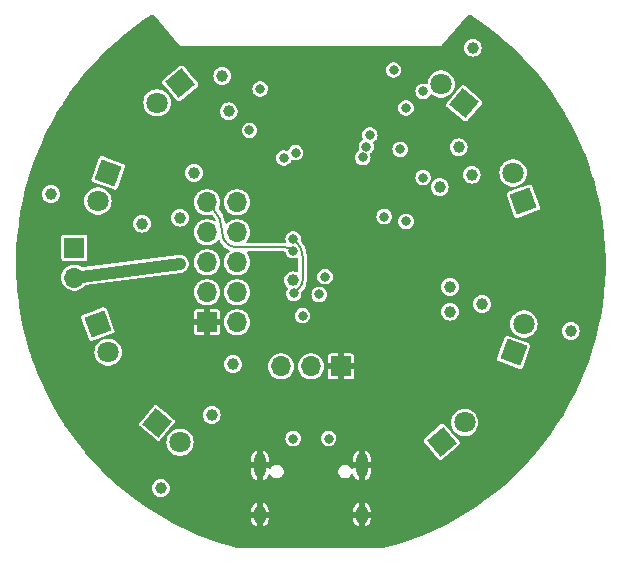
<source format=gbr>
G04 #@! TF.GenerationSoftware,KiCad,Pcbnew,8.0.8*
G04 #@! TF.CreationDate,2025-01-26T21:40:06-06:00*
G04 #@! TF.ProjectId,kbxIrBlaster,6b627849-7242-46c6-9173-7465722e6b69,rev?*
G04 #@! TF.SameCoordinates,Original*
G04 #@! TF.FileFunction,Copper,L2,Inr*
G04 #@! TF.FilePolarity,Positive*
%FSLAX46Y46*%
G04 Gerber Fmt 4.6, Leading zero omitted, Abs format (unit mm)*
G04 Created by KiCad (PCBNEW 8.0.8) date 2025-01-26 21:40:06*
%MOMM*%
%LPD*%
G01*
G04 APERTURE LIST*
G04 Aperture macros list*
%AMRotRect*
0 Rectangle, with rotation*
0 The origin of the aperture is its center*
0 $1 length*
0 $2 width*
0 $3 Rotation angle, in degrees counterclockwise*
0 Add horizontal line*
21,1,$1,$2,0,0,$3*%
G04 Aperture macros list end*
G04 #@! TA.AperFunction,ComponentPad*
%ADD10C,0.800000*%
G04 #@! TD*
G04 #@! TA.AperFunction,ComponentPad*
%ADD11C,5.000000*%
G04 #@! TD*
G04 #@! TA.AperFunction,ComponentPad*
%ADD12O,1.000000X2.100000*%
G04 #@! TD*
G04 #@! TA.AperFunction,ComponentPad*
%ADD13O,1.000000X1.600000*%
G04 #@! TD*
G04 #@! TA.AperFunction,ComponentPad*
%ADD14R,1.700000X1.700000*%
G04 #@! TD*
G04 #@! TA.AperFunction,ComponentPad*
%ADD15O,1.700000X1.700000*%
G04 #@! TD*
G04 #@! TA.AperFunction,ComponentPad*
%ADD16RotRect,1.800000X1.800000X320.000000*%
G04 #@! TD*
G04 #@! TA.AperFunction,ComponentPad*
%ADD17C,1.800000*%
G04 #@! TD*
G04 #@! TA.AperFunction,ComponentPad*
%ADD18RotRect,1.800000X1.800000X70.000000*%
G04 #@! TD*
G04 #@! TA.AperFunction,ComponentPad*
%ADD19RotRect,1.800000X1.800000X140.000000*%
G04 #@! TD*
G04 #@! TA.AperFunction,ComponentPad*
%ADD20RotRect,1.800000X1.800000X290.000000*%
G04 #@! TD*
G04 #@! TA.AperFunction,ComponentPad*
%ADD21RotRect,1.800000X1.800000X250.000000*%
G04 #@! TD*
G04 #@! TA.AperFunction,ComponentPad*
%ADD22RotRect,1.800000X1.800000X220.000000*%
G04 #@! TD*
G04 #@! TA.AperFunction,ComponentPad*
%ADD23RotRect,1.800000X1.800000X40.000000*%
G04 #@! TD*
G04 #@! TA.AperFunction,ComponentPad*
%ADD24RotRect,1.800000X1.800000X110.000000*%
G04 #@! TD*
G04 #@! TA.AperFunction,ViaPad*
%ADD25C,0.800000*%
G04 #@! TD*
G04 #@! TA.AperFunction,ViaPad*
%ADD26C,1.000000*%
G04 #@! TD*
G04 #@! TA.AperFunction,Conductor*
%ADD27C,1.000000*%
G04 #@! TD*
G04 #@! TA.AperFunction,Conductor*
%ADD28C,0.200000*%
G04 #@! TD*
G04 APERTURE END LIST*
D10*
X130625000Y-78000000D03*
X131174175Y-76674175D03*
X131174175Y-79325825D03*
X132500000Y-76125000D03*
D11*
X132500000Y-78000000D03*
D10*
X132500000Y-79875000D03*
X133825825Y-76674175D03*
X133825825Y-79325825D03*
X134375000Y-78000000D03*
X130625000Y-102000000D03*
X131174175Y-100674175D03*
X131174175Y-103325825D03*
X132500000Y-100125000D03*
D11*
X132500000Y-102000000D03*
D10*
X132500000Y-103875000D03*
X133825825Y-100674175D03*
X133825825Y-103325825D03*
X134375000Y-102000000D03*
X165625000Y-102000000D03*
X166174175Y-100674175D03*
X166174175Y-103325825D03*
X167500000Y-100125000D03*
D11*
X167500000Y-102000000D03*
D10*
X167500000Y-103875000D03*
X168825825Y-100674175D03*
X168825825Y-103325825D03*
X169375000Y-102000000D03*
X165625000Y-78000000D03*
X166174175Y-76674175D03*
X166174175Y-79325825D03*
X167500000Y-76125000D03*
D11*
X167500000Y-78000000D03*
D10*
X167500000Y-79875000D03*
X168825825Y-76674175D03*
X168825825Y-79325825D03*
X169375000Y-78000000D03*
D12*
X145680000Y-107170000D03*
D13*
X145680000Y-111350000D03*
D12*
X154320000Y-107170000D03*
D13*
X154320000Y-111350000D03*
D14*
X141210000Y-95050000D03*
D15*
X143750000Y-95050000D03*
X141210000Y-92510000D03*
X143750000Y-92510000D03*
X141210000Y-89970000D03*
X143750000Y-89970000D03*
X141210000Y-87430000D03*
X143750000Y-87430000D03*
X141210000Y-84890000D03*
X143750000Y-84890000D03*
D14*
X152540000Y-98793735D03*
D15*
X150000000Y-98793735D03*
X147460000Y-98793735D03*
D16*
X136973293Y-103580446D03*
D17*
X138919046Y-105213127D03*
D18*
X167163924Y-97598108D03*
D17*
X168032656Y-95211288D03*
D19*
X162976707Y-76519554D03*
D17*
X161030954Y-74886873D03*
D20*
X131963924Y-95201892D03*
D17*
X132832656Y-97588712D03*
D21*
X132836076Y-82401892D03*
D17*
X131967344Y-84788712D03*
D22*
X138926707Y-74830446D03*
D17*
X136980954Y-76463127D03*
D23*
X161073293Y-105169555D03*
D17*
X163019046Y-103536874D03*
D14*
X129975000Y-88736328D03*
D15*
X129975000Y-91276328D03*
D24*
X167986076Y-84798108D03*
D17*
X167117344Y-82411288D03*
D25*
X139500000Y-88250000D03*
X147400000Y-95900000D03*
X127800000Y-85600000D03*
X157000000Y-87200000D03*
X152000000Y-83100000D03*
X146600000Y-101900000D03*
X139500000Y-85100000D03*
X146200000Y-92100000D03*
X165100000Y-82550000D03*
X170600000Y-96100000D03*
X159500000Y-76900000D03*
X143100000Y-78400000D03*
X159500000Y-84100000D03*
X160300000Y-93100000D03*
X152400000Y-91200000D03*
X142450000Y-83700000D03*
X142000000Y-98100000D03*
X163300000Y-73100000D03*
X146800000Y-75600000D03*
X153500000Y-80000000D03*
X152000000Y-103100000D03*
X138400000Y-110100000D03*
X147500000Y-89500000D03*
X141500000Y-73200000D03*
D26*
X143400000Y-98600000D03*
X163612500Y-82550000D03*
X138900000Y-86200000D03*
X138900000Y-90100000D03*
X148500000Y-91500000D03*
X140100000Y-82400000D03*
X162514013Y-80235987D03*
X161787500Y-92050000D03*
X161787500Y-94150000D03*
X142500000Y-74200000D03*
X143045298Y-77200000D03*
D25*
X157570638Y-80411200D03*
X157000000Y-73700000D03*
X144800000Y-78800000D03*
X147700000Y-81149998D03*
X148500000Y-89000000D03*
D26*
X163700000Y-71800000D03*
D25*
X148500000Y-104900000D03*
X151500000Y-104900000D03*
X148700000Y-80700000D03*
X154700000Y-80200000D03*
X154986432Y-79196848D03*
X145700000Y-75300000D03*
X159500000Y-75500000D03*
X159500000Y-82800000D03*
X150700000Y-92700000D03*
X154399583Y-81101251D03*
X156200000Y-86100000D03*
X149300000Y-94500000D03*
X158050000Y-76900000D03*
X158050000Y-86500000D03*
X151200000Y-91200000D03*
D26*
X128000000Y-84200000D03*
X137300000Y-109100000D03*
X172000000Y-95800000D03*
X135700000Y-86700000D03*
X141600000Y-102900000D03*
X164500000Y-93500000D03*
X160900000Y-83600000D03*
D25*
X148544123Y-92607186D03*
X148500000Y-88000000D03*
D27*
X129975000Y-91276328D02*
X138900000Y-90100000D01*
D28*
X141210000Y-84890000D02*
X141637329Y-85317329D01*
X142498006Y-87447625D02*
X142498006Y-87498006D01*
X143700000Y-88700000D02*
X147775736Y-88700000D01*
X142500000Y-87400000D02*
X142498006Y-87447625D01*
X142498006Y-87498006D02*
G75*
G03*
X143700000Y-88699994I1201994J6D01*
G01*
X141637329Y-85317329D02*
G75*
G02*
X142500012Y-87400000I-2082629J-2082671D01*
G01*
X147775736Y-88700000D02*
G75*
G02*
X148499989Y-89000011I-36J-1024300D01*
G01*
X148500000Y-88000000D02*
X148805025Y-88305025D01*
X149300000Y-89500000D02*
X149300000Y-91500000D01*
X149051587Y-92099722D02*
X148544123Y-92607186D01*
X148805025Y-88305025D02*
G75*
G02*
X149299985Y-89500000I-1195025J-1194975D01*
G01*
X149300000Y-91500000D02*
G75*
G02*
X149051580Y-92099715I-848100J0D01*
G01*
G04 #@! TA.AperFunction,Conductor*
G36*
X136696188Y-69018907D02*
G01*
X136713818Y-69035345D01*
X137552224Y-70034106D01*
X138863649Y-71596357D01*
X138868829Y-71604891D01*
X138878140Y-71614202D01*
X138883959Y-71620552D01*
X138887624Y-71624918D01*
X138888873Y-71625500D01*
X138889438Y-71625500D01*
X138894588Y-71625500D01*
X138903195Y-71625875D01*
X138908305Y-71626321D01*
X138908305Y-71626320D01*
X138916296Y-71627018D01*
X138926154Y-71625500D01*
X161073839Y-71625500D01*
X161083703Y-71627019D01*
X161091694Y-71626321D01*
X161091695Y-71626322D01*
X161096816Y-71625874D01*
X161105425Y-71625500D01*
X161111124Y-71625500D01*
X161112376Y-71624915D01*
X161112736Y-71624485D01*
X161112740Y-71624485D01*
X161116061Y-71620527D01*
X161121859Y-71614202D01*
X161125500Y-71610562D01*
X161125500Y-71610559D01*
X161131169Y-71604891D01*
X161136345Y-71596364D01*
X163286178Y-69035348D01*
X163338071Y-69002936D01*
X163362002Y-69000000D01*
X163472125Y-69000000D01*
X163526760Y-69016441D01*
X164188098Y-69454093D01*
X164191329Y-69456325D01*
X164991776Y-70032950D01*
X164994915Y-70035306D01*
X165771913Y-70643264D01*
X165774930Y-70645723D01*
X166527180Y-71283997D01*
X166530112Y-71286586D01*
X167256473Y-71954208D01*
X167256474Y-71954209D01*
X167259282Y-71956895D01*
X167958604Y-72652810D01*
X167961312Y-72655615D01*
X168632451Y-73378683D01*
X168635065Y-73381613D01*
X169277016Y-74130750D01*
X169279511Y-74133782D01*
X169891220Y-74907757D01*
X169893594Y-74910886D01*
X170474150Y-75708548D01*
X170476397Y-75711769D01*
X171024824Y-76531772D01*
X171026943Y-76535079D01*
X171542449Y-77376240D01*
X171544434Y-77379628D01*
X172026164Y-78240556D01*
X172028013Y-78244020D01*
X172475218Y-79123372D01*
X172476929Y-79126908D01*
X172888915Y-80023327D01*
X172890483Y-80026927D01*
X173153219Y-80664050D01*
X173258795Y-80920069D01*
X173266576Y-80938936D01*
X173267998Y-80942589D01*
X173291395Y-81006393D01*
X173607637Y-81868834D01*
X173608916Y-81872547D01*
X173672737Y-82070562D01*
X173907836Y-82800000D01*
X173911553Y-82811530D01*
X173912681Y-82815287D01*
X173930582Y-82879437D01*
X174177835Y-83765524D01*
X174178815Y-83769326D01*
X174406073Y-84729325D01*
X174406901Y-84733163D01*
X174526788Y-85347332D01*
X174595909Y-85701430D01*
X174596584Y-85705294D01*
X174597923Y-85713970D01*
X174747039Y-86680295D01*
X174747561Y-86684187D01*
X174859230Y-87664392D01*
X174859597Y-87668302D01*
X174932304Y-88652174D01*
X174932515Y-88656095D01*
X174966143Y-89642043D01*
X174966199Y-89645970D01*
X174960697Y-90632475D01*
X174960598Y-90636401D01*
X174915972Y-91621964D01*
X174915716Y-91625883D01*
X174832044Y-92608835D01*
X174831634Y-92612741D01*
X174709034Y-93591669D01*
X174708468Y-93595555D01*
X174547152Y-94568772D01*
X174546434Y-94572633D01*
X174346632Y-95538766D01*
X174345760Y-95542595D01*
X174107809Y-96499998D01*
X174106786Y-96503790D01*
X173831051Y-97451001D01*
X173829879Y-97454749D01*
X173516787Y-98390299D01*
X173515467Y-98393997D01*
X173165531Y-99316359D01*
X173164066Y-99320003D01*
X172777804Y-100227808D01*
X172776195Y-100231390D01*
X172354244Y-101123136D01*
X172352494Y-101126652D01*
X171895509Y-102000961D01*
X171893621Y-102004405D01*
X171402317Y-102859908D01*
X171400294Y-102863274D01*
X170875447Y-103698618D01*
X170873292Y-103701901D01*
X170315735Y-104515760D01*
X170313452Y-104518955D01*
X169724049Y-105310071D01*
X169721641Y-105313173D01*
X169101315Y-106080304D01*
X169098785Y-106083308D01*
X168448556Y-106825195D01*
X168445910Y-106828097D01*
X167766725Y-107543657D01*
X167763965Y-107546451D01*
X167056960Y-108234488D01*
X167054092Y-108237170D01*
X166320366Y-108896615D01*
X166317394Y-108899182D01*
X165558069Y-109529027D01*
X165554997Y-109531474D01*
X164771301Y-110130699D01*
X164768135Y-110133022D01*
X163961289Y-110700695D01*
X163958033Y-110702891D01*
X163129280Y-111238136D01*
X163125939Y-111240200D01*
X162276660Y-111742125D01*
X162273240Y-111744056D01*
X161404681Y-112211926D01*
X161401187Y-112213719D01*
X160514796Y-112646753D01*
X160511234Y-112648407D01*
X159608340Y-113045958D01*
X159604716Y-113047469D01*
X158686759Y-113408900D01*
X158683077Y-113410266D01*
X157751514Y-113735004D01*
X157747780Y-113736223D01*
X156804084Y-114023756D01*
X156800306Y-114024826D01*
X156143597Y-114196772D01*
X156118521Y-114200000D01*
X143881474Y-114200000D01*
X143856399Y-114196772D01*
X143668808Y-114147655D01*
X143199693Y-114024827D01*
X143195915Y-114023757D01*
X142252219Y-113736224D01*
X142248485Y-113735005D01*
X141316922Y-113410267D01*
X141313240Y-113408901D01*
X140395283Y-113047470D01*
X140391659Y-113045959D01*
X139488774Y-112648413D01*
X139485221Y-112646763D01*
X138598791Y-112213709D01*
X138595316Y-112211926D01*
X138215186Y-112007160D01*
X137726759Y-111744057D01*
X137723339Y-111742126D01*
X136874059Y-111240201D01*
X136870718Y-111238137D01*
X136464425Y-110975735D01*
X144926000Y-110975735D01*
X144926000Y-111095999D01*
X144926001Y-111096000D01*
X145380000Y-111096000D01*
X145380000Y-111604000D01*
X144926001Y-111604000D01*
X144926000Y-111604001D01*
X144926000Y-111724264D01*
X144954976Y-111869933D01*
X144954976Y-111869935D01*
X145011811Y-112007148D01*
X145011817Y-112007160D01*
X145094330Y-112130646D01*
X145094333Y-112130650D01*
X145199349Y-112235666D01*
X145199353Y-112235669D01*
X145322848Y-112318186D01*
X145425999Y-112360913D01*
X145426000Y-112360912D01*
X145426000Y-111810060D01*
X145439940Y-111834205D01*
X145495795Y-111890060D01*
X145564204Y-111929556D01*
X145640504Y-111950000D01*
X145719496Y-111950000D01*
X145795796Y-111929556D01*
X145864205Y-111890060D01*
X145920060Y-111834205D01*
X145934000Y-111810060D01*
X145934000Y-112360913D01*
X146037151Y-112318186D01*
X146160646Y-112235669D01*
X146160650Y-112235666D01*
X146265666Y-112130650D01*
X146265669Y-112130646D01*
X146348182Y-112007160D01*
X146348188Y-112007148D01*
X146405023Y-111869935D01*
X146405023Y-111869933D01*
X146433999Y-111724264D01*
X146434000Y-111724260D01*
X146434000Y-111604001D01*
X146433999Y-111604000D01*
X145980000Y-111604000D01*
X145980000Y-111096000D01*
X146433999Y-111096000D01*
X146434000Y-111095999D01*
X146434000Y-110975739D01*
X146433999Y-110975735D01*
X153566000Y-110975735D01*
X153566000Y-111095999D01*
X153566001Y-111096000D01*
X154020000Y-111096000D01*
X154020000Y-111604000D01*
X153566001Y-111604000D01*
X153566000Y-111604001D01*
X153566000Y-111724264D01*
X153594976Y-111869933D01*
X153594976Y-111869935D01*
X153651811Y-112007148D01*
X153651817Y-112007160D01*
X153734330Y-112130646D01*
X153734333Y-112130650D01*
X153839349Y-112235666D01*
X153839353Y-112235669D01*
X153962848Y-112318186D01*
X154065999Y-112360913D01*
X154066000Y-112360912D01*
X154066000Y-111810060D01*
X154079940Y-111834205D01*
X154135795Y-111890060D01*
X154204204Y-111929556D01*
X154280504Y-111950000D01*
X154359496Y-111950000D01*
X154435796Y-111929556D01*
X154504205Y-111890060D01*
X154560060Y-111834205D01*
X154574000Y-111810060D01*
X154574000Y-112360913D01*
X154677151Y-112318186D01*
X154800646Y-112235669D01*
X154800650Y-112235666D01*
X154905666Y-112130650D01*
X154905669Y-112130646D01*
X154988182Y-112007160D01*
X154988188Y-112007148D01*
X155045023Y-111869935D01*
X155045023Y-111869933D01*
X155073999Y-111724264D01*
X155074000Y-111724260D01*
X155074000Y-111604001D01*
X155073999Y-111604000D01*
X154620000Y-111604000D01*
X154620000Y-111096000D01*
X155073999Y-111096000D01*
X155074000Y-111095999D01*
X155074000Y-110975739D01*
X155073999Y-110975735D01*
X155045023Y-110830066D01*
X155045023Y-110830064D01*
X154988188Y-110692851D01*
X154988182Y-110692839D01*
X154905669Y-110569353D01*
X154905666Y-110569349D01*
X154800650Y-110464333D01*
X154800646Y-110464330D01*
X154677152Y-110381813D01*
X154574000Y-110339085D01*
X154574000Y-110889939D01*
X154560060Y-110865795D01*
X154504205Y-110809940D01*
X154435796Y-110770444D01*
X154359496Y-110750000D01*
X154280504Y-110750000D01*
X154204204Y-110770444D01*
X154135795Y-110809940D01*
X154079940Y-110865795D01*
X154066000Y-110889939D01*
X154066000Y-110339086D01*
X154065999Y-110339085D01*
X153962847Y-110381813D01*
X153839353Y-110464330D01*
X153839349Y-110464333D01*
X153734333Y-110569349D01*
X153734330Y-110569353D01*
X153651817Y-110692839D01*
X153651811Y-110692851D01*
X153594976Y-110830064D01*
X153594976Y-110830066D01*
X153566000Y-110975735D01*
X146433999Y-110975735D01*
X146405023Y-110830066D01*
X146405023Y-110830064D01*
X146348188Y-110692851D01*
X146348182Y-110692839D01*
X146265669Y-110569353D01*
X146265666Y-110569349D01*
X146160650Y-110464333D01*
X146160646Y-110464330D01*
X146037152Y-110381813D01*
X145934000Y-110339085D01*
X145934000Y-110889939D01*
X145920060Y-110865795D01*
X145864205Y-110809940D01*
X145795796Y-110770444D01*
X145719496Y-110750000D01*
X145640504Y-110750000D01*
X145564204Y-110770444D01*
X145495795Y-110809940D01*
X145439940Y-110865795D01*
X145426000Y-110889939D01*
X145426000Y-110339086D01*
X145425999Y-110339085D01*
X145322847Y-110381813D01*
X145199353Y-110464330D01*
X145199349Y-110464333D01*
X145094333Y-110569349D01*
X145094330Y-110569353D01*
X145011817Y-110692839D01*
X145011811Y-110692851D01*
X144954976Y-110830064D01*
X144954976Y-110830066D01*
X144926000Y-110975735D01*
X136464425Y-110975735D01*
X136041965Y-110702892D01*
X136038709Y-110700696D01*
X135231863Y-110133023D01*
X135228697Y-110130700D01*
X134445002Y-109531475D01*
X134441930Y-109529028D01*
X134128399Y-109268960D01*
X133924699Y-109099995D01*
X136540726Y-109099995D01*
X136540726Y-109100004D01*
X136559761Y-109268948D01*
X136559764Y-109268960D01*
X136615918Y-109429437D01*
X136615918Y-109429438D01*
X136706373Y-109573396D01*
X136706376Y-109573400D01*
X136826600Y-109693624D01*
X136970563Y-109784082D01*
X137034827Y-109806568D01*
X137131039Y-109840235D01*
X137131043Y-109840236D01*
X137131046Y-109840237D01*
X137131047Y-109840237D01*
X137131051Y-109840238D01*
X137299996Y-109859274D01*
X137300000Y-109859274D01*
X137300004Y-109859274D01*
X137468948Y-109840238D01*
X137468950Y-109840237D01*
X137468954Y-109840237D01*
X137629437Y-109784082D01*
X137773400Y-109693624D01*
X137893624Y-109573400D01*
X137984082Y-109429437D01*
X138040237Y-109268954D01*
X138059274Y-109100000D01*
X138059274Y-109099995D01*
X138040238Y-108931051D01*
X138040235Y-108931039D01*
X138017283Y-108865447D01*
X137984082Y-108770563D01*
X137970933Y-108749637D01*
X137893626Y-108626603D01*
X137893625Y-108626602D01*
X137893624Y-108626600D01*
X137773400Y-108506376D01*
X137773397Y-108506374D01*
X137773396Y-108506373D01*
X137629438Y-108415918D01*
X137468960Y-108359764D01*
X137468948Y-108359761D01*
X137300004Y-108340726D01*
X137299996Y-108340726D01*
X137131051Y-108359761D01*
X137131039Y-108359764D01*
X136970562Y-108415918D01*
X136970561Y-108415918D01*
X136826603Y-108506373D01*
X136706373Y-108626603D01*
X136615918Y-108770561D01*
X136615918Y-108770562D01*
X136559764Y-108931039D01*
X136559761Y-108931051D01*
X136540726Y-109099995D01*
X133924699Y-109099995D01*
X133682601Y-108899179D01*
X133679633Y-108896616D01*
X133516097Y-108749636D01*
X132945897Y-108237161D01*
X132943038Y-108234488D01*
X132781363Y-108077151D01*
X132236033Y-107546451D01*
X132233273Y-107543657D01*
X131554080Y-106828088D01*
X131551442Y-106825195D01*
X131438210Y-106696002D01*
X131306508Y-106545735D01*
X144926000Y-106545735D01*
X144926000Y-106915999D01*
X144926001Y-106916000D01*
X145380000Y-106916000D01*
X145380000Y-107424000D01*
X144926001Y-107424000D01*
X144926000Y-107424001D01*
X144926000Y-107794264D01*
X144954976Y-107939933D01*
X144954976Y-107939935D01*
X145011811Y-108077148D01*
X145011817Y-108077160D01*
X145094330Y-108200646D01*
X145094333Y-108200650D01*
X145199349Y-108305666D01*
X145199353Y-108305669D01*
X145322848Y-108388186D01*
X145425999Y-108430913D01*
X145426000Y-108430912D01*
X145426000Y-107880060D01*
X145439940Y-107904205D01*
X145495795Y-107960060D01*
X145564204Y-107999556D01*
X145640504Y-108020000D01*
X145719496Y-108020000D01*
X145795796Y-107999556D01*
X145864205Y-107960060D01*
X145920060Y-107904205D01*
X145934000Y-107880060D01*
X145934000Y-108430913D01*
X146037151Y-108388186D01*
X146160646Y-108305669D01*
X146160650Y-108305666D01*
X146265666Y-108200650D01*
X146265669Y-108200646D01*
X146348182Y-108077160D01*
X146348188Y-108077148D01*
X146402962Y-107944911D01*
X146442698Y-107898385D01*
X146502193Y-107884101D01*
X146558721Y-107907515D01*
X146580162Y-107933296D01*
X146649481Y-108053360D01*
X146649483Y-108053362D01*
X146649485Y-108053365D01*
X146756635Y-108160515D01*
X146756637Y-108160516D01*
X146756639Y-108160518D01*
X146887861Y-108236279D01*
X146887859Y-108236279D01*
X146887863Y-108236280D01*
X146887865Y-108236281D01*
X147034234Y-108275500D01*
X147034236Y-108275500D01*
X147185764Y-108275500D01*
X147185766Y-108275500D01*
X147332135Y-108236281D01*
X147332137Y-108236279D01*
X147332139Y-108236279D01*
X147463360Y-108160518D01*
X147463360Y-108160517D01*
X147463365Y-108160515D01*
X147570515Y-108053365D01*
X147570518Y-108053360D01*
X147646279Y-107922139D01*
X147646279Y-107922137D01*
X147646281Y-107922135D01*
X147685500Y-107775766D01*
X147685500Y-107624234D01*
X152314500Y-107624234D01*
X152314500Y-107775766D01*
X152330585Y-107835796D01*
X152353720Y-107922139D01*
X152429481Y-108053360D01*
X152429483Y-108053362D01*
X152429485Y-108053365D01*
X152536635Y-108160515D01*
X152536637Y-108160516D01*
X152536639Y-108160518D01*
X152667861Y-108236279D01*
X152667859Y-108236279D01*
X152667863Y-108236280D01*
X152667865Y-108236281D01*
X152814234Y-108275500D01*
X152814236Y-108275500D01*
X152965764Y-108275500D01*
X152965766Y-108275500D01*
X153112135Y-108236281D01*
X153112137Y-108236279D01*
X153112139Y-108236279D01*
X153243360Y-108160518D01*
X153243360Y-108160517D01*
X153243365Y-108160515D01*
X153350515Y-108053365D01*
X153419838Y-107933293D01*
X153465306Y-107892355D01*
X153526156Y-107885959D01*
X153579144Y-107916552D01*
X153597037Y-107944910D01*
X153651813Y-108077151D01*
X153651817Y-108077160D01*
X153734330Y-108200646D01*
X153734333Y-108200650D01*
X153839349Y-108305666D01*
X153839353Y-108305669D01*
X153962848Y-108388186D01*
X154065999Y-108430913D01*
X154066000Y-108430912D01*
X154066000Y-107880060D01*
X154079940Y-107904205D01*
X154135795Y-107960060D01*
X154204204Y-107999556D01*
X154280504Y-108020000D01*
X154359496Y-108020000D01*
X154435796Y-107999556D01*
X154504205Y-107960060D01*
X154560060Y-107904205D01*
X154574000Y-107880060D01*
X154574000Y-108430913D01*
X154677151Y-108388186D01*
X154800646Y-108305669D01*
X154800650Y-108305666D01*
X154905666Y-108200650D01*
X154905669Y-108200646D01*
X154988182Y-108077160D01*
X154988188Y-108077148D01*
X155045023Y-107939935D01*
X155045023Y-107939933D01*
X155073999Y-107794264D01*
X155074000Y-107794260D01*
X155074000Y-107424001D01*
X155073999Y-107424000D01*
X154620000Y-107424000D01*
X154620000Y-106916000D01*
X155073999Y-106916000D01*
X155074000Y-106915999D01*
X155074000Y-106545739D01*
X155073999Y-106545735D01*
X155045023Y-106400066D01*
X155045023Y-106400064D01*
X154988188Y-106262851D01*
X154988182Y-106262839D01*
X154905669Y-106139353D01*
X154905666Y-106139349D01*
X154800650Y-106034333D01*
X154800646Y-106034330D01*
X154677152Y-105951813D01*
X154574000Y-105909085D01*
X154574000Y-106459939D01*
X154560060Y-106435795D01*
X154504205Y-106379940D01*
X154435796Y-106340444D01*
X154359496Y-106320000D01*
X154280504Y-106320000D01*
X154204204Y-106340444D01*
X154135795Y-106379940D01*
X154079940Y-106435795D01*
X154066000Y-106459939D01*
X154066000Y-105909086D01*
X154065999Y-105909085D01*
X153962847Y-105951813D01*
X153839353Y-106034330D01*
X153839349Y-106034333D01*
X153734333Y-106139349D01*
X153734330Y-106139353D01*
X153651817Y-106262839D01*
X153651811Y-106262851D01*
X153594976Y-106400064D01*
X153594976Y-106400066D01*
X153566000Y-106545735D01*
X153566000Y-106915999D01*
X153566001Y-106916000D01*
X154020000Y-106916000D01*
X154020000Y-107424000D01*
X153565999Y-107424000D01*
X153548935Y-107441064D01*
X153494418Y-107468841D01*
X153433986Y-107459269D01*
X153393196Y-107420561D01*
X153350515Y-107346635D01*
X153243365Y-107239485D01*
X153243362Y-107239483D01*
X153243360Y-107239481D01*
X153112138Y-107163720D01*
X153112140Y-107163720D01*
X153055347Y-107148503D01*
X152965766Y-107124500D01*
X152814234Y-107124500D01*
X152724652Y-107148503D01*
X152667860Y-107163720D01*
X152536639Y-107239481D01*
X152429481Y-107346639D01*
X152353720Y-107477860D01*
X152353719Y-107477865D01*
X152314500Y-107624234D01*
X147685500Y-107624234D01*
X147646281Y-107477865D01*
X147646279Y-107477862D01*
X147646279Y-107477860D01*
X147570518Y-107346639D01*
X147570516Y-107346637D01*
X147570515Y-107346635D01*
X147463365Y-107239485D01*
X147463362Y-107239483D01*
X147463360Y-107239481D01*
X147332138Y-107163720D01*
X147332140Y-107163720D01*
X147275347Y-107148503D01*
X147185766Y-107124500D01*
X147034234Y-107124500D01*
X146944652Y-107148503D01*
X146887860Y-107163720D01*
X146756639Y-107239481D01*
X146649483Y-107346637D01*
X146606803Y-107420561D01*
X146561333Y-107461501D01*
X146500483Y-107467896D01*
X146451063Y-107441064D01*
X146433999Y-107424000D01*
X145980000Y-107424000D01*
X145980000Y-106916000D01*
X146433999Y-106916000D01*
X146434000Y-106915999D01*
X146434000Y-106545739D01*
X146433999Y-106545735D01*
X146405023Y-106400066D01*
X146405023Y-106400064D01*
X146348188Y-106262851D01*
X146348182Y-106262839D01*
X146265669Y-106139353D01*
X146265666Y-106139349D01*
X146160650Y-106034333D01*
X146160646Y-106034330D01*
X146037152Y-105951813D01*
X145934000Y-105909085D01*
X145934000Y-106459939D01*
X145920060Y-106435795D01*
X145864205Y-106379940D01*
X145795796Y-106340444D01*
X145719496Y-106320000D01*
X145640504Y-106320000D01*
X145564204Y-106340444D01*
X145495795Y-106379940D01*
X145439940Y-106435795D01*
X145426000Y-106459939D01*
X145426000Y-105909086D01*
X145425999Y-105909085D01*
X145322847Y-105951813D01*
X145199353Y-106034330D01*
X145199349Y-106034333D01*
X145094333Y-106139349D01*
X145094330Y-106139353D01*
X145011817Y-106262839D01*
X145011811Y-106262851D01*
X144954976Y-106400064D01*
X144954976Y-106400066D01*
X144926000Y-106545735D01*
X131306508Y-106545735D01*
X130901205Y-106083300D01*
X130898683Y-106080305D01*
X130861506Y-106034330D01*
X130536145Y-105631969D01*
X130278358Y-105313174D01*
X130275950Y-105310072D01*
X130203723Y-105213127D01*
X137759600Y-105213127D01*
X137779342Y-105426175D01*
X137837895Y-105631967D01*
X137933265Y-105823497D01*
X138062205Y-105994241D01*
X138220324Y-106138385D01*
X138402236Y-106251020D01*
X138601749Y-106328312D01*
X138812066Y-106367627D01*
X139026026Y-106367627D01*
X139236343Y-106328312D01*
X139435856Y-106251020D01*
X139617768Y-106138385D01*
X139775887Y-105994241D01*
X139904827Y-105823497D01*
X140000197Y-105631967D01*
X140058750Y-105426175D01*
X140078492Y-105213127D01*
X140058750Y-105000079D01*
X140030274Y-104899998D01*
X147840693Y-104899998D01*
X147840693Y-104900001D01*
X147859850Y-105057780D01*
X147859853Y-105057789D01*
X147916210Y-105206390D01*
X147916212Y-105206393D01*
X147916213Y-105206395D01*
X147987776Y-105310072D01*
X148006502Y-105337201D01*
X148006502Y-105337202D01*
X148077724Y-105400299D01*
X148125471Y-105442599D01*
X148266207Y-105516463D01*
X148420529Y-105554500D01*
X148420532Y-105554500D01*
X148579468Y-105554500D01*
X148579471Y-105554500D01*
X148733793Y-105516463D01*
X148874529Y-105442599D01*
X148993498Y-105337201D01*
X149083787Y-105206395D01*
X149140149Y-105057782D01*
X149159307Y-104900000D01*
X149159307Y-104899998D01*
X150840693Y-104899998D01*
X150840693Y-104900001D01*
X150859850Y-105057780D01*
X150859853Y-105057789D01*
X150916210Y-105206390D01*
X150916212Y-105206393D01*
X150916213Y-105206395D01*
X150987776Y-105310072D01*
X151006502Y-105337201D01*
X151006502Y-105337202D01*
X151077724Y-105400299D01*
X151125471Y-105442599D01*
X151266207Y-105516463D01*
X151420529Y-105554500D01*
X151420532Y-105554500D01*
X151579468Y-105554500D01*
X151579471Y-105554500D01*
X151733793Y-105516463D01*
X151874529Y-105442599D01*
X151993498Y-105337201D01*
X152083787Y-105206395D01*
X152140149Y-105057782D01*
X152142794Y-105036002D01*
X159546846Y-105036002D01*
X159546846Y-105036006D01*
X159557868Y-105136655D01*
X159594271Y-105203009D01*
X159594271Y-105203010D01*
X160114916Y-105823489D01*
X160783516Y-106620294D01*
X160842544Y-106667671D01*
X160842545Y-106667671D01*
X160842548Y-106667673D01*
X160939742Y-106696001D01*
X160939742Y-106696000D01*
X160939746Y-106696002D01*
X161040391Y-106684980D01*
X161106747Y-106648576D01*
X161106748Y-106648576D01*
X161402910Y-106400066D01*
X162524032Y-105459332D01*
X162571409Y-105400304D01*
X162571410Y-105400300D01*
X162571411Y-105400299D01*
X162599739Y-105303107D01*
X162599739Y-105303105D01*
X162599740Y-105303102D01*
X162588718Y-105202457D01*
X162588717Y-105202455D01*
X162588717Y-105202454D01*
X162552314Y-105136100D01*
X162552314Y-105136099D01*
X161898907Y-104357401D01*
X161363070Y-103718816D01*
X161304042Y-103671439D01*
X161304041Y-103671438D01*
X161304037Y-103671436D01*
X161206843Y-103643108D01*
X161206840Y-103643108D01*
X161156517Y-103648619D01*
X161106192Y-103654130D01*
X161039838Y-103690533D01*
X161039837Y-103690533D01*
X159622554Y-104879778D01*
X159622550Y-104879782D01*
X159575178Y-104938804D01*
X159575174Y-104938810D01*
X159546846Y-105036002D01*
X152142794Y-105036002D01*
X152159307Y-104900000D01*
X152140149Y-104742218D01*
X152087258Y-104602757D01*
X152083789Y-104593609D01*
X152083787Y-104593606D01*
X152083787Y-104593605D01*
X151993498Y-104462799D01*
X151993497Y-104462798D01*
X151993497Y-104462797D01*
X151874535Y-104357406D01*
X151874533Y-104357404D01*
X151874529Y-104357401D01*
X151874525Y-104357399D01*
X151874524Y-104357398D01*
X151733791Y-104283536D01*
X151579473Y-104245500D01*
X151579471Y-104245500D01*
X151420529Y-104245500D01*
X151420526Y-104245500D01*
X151266208Y-104283536D01*
X151125475Y-104357398D01*
X151125464Y-104357406D01*
X151006502Y-104462797D01*
X151006502Y-104462798D01*
X150916212Y-104593606D01*
X150916210Y-104593609D01*
X150859853Y-104742210D01*
X150859850Y-104742219D01*
X150840693Y-104899998D01*
X149159307Y-104899998D01*
X149140149Y-104742218D01*
X149087258Y-104602757D01*
X149083789Y-104593609D01*
X149083787Y-104593606D01*
X149083787Y-104593605D01*
X148993498Y-104462799D01*
X148993497Y-104462798D01*
X148993497Y-104462797D01*
X148874535Y-104357406D01*
X148874533Y-104357404D01*
X148874529Y-104357401D01*
X148874525Y-104357399D01*
X148874524Y-104357398D01*
X148733791Y-104283536D01*
X148579473Y-104245500D01*
X148579471Y-104245500D01*
X148420529Y-104245500D01*
X148420526Y-104245500D01*
X148266208Y-104283536D01*
X148125475Y-104357398D01*
X148125464Y-104357406D01*
X148006502Y-104462797D01*
X148006502Y-104462798D01*
X147916212Y-104593606D01*
X147916210Y-104593609D01*
X147859853Y-104742210D01*
X147859850Y-104742219D01*
X147840693Y-104899998D01*
X140030274Y-104899998D01*
X140000197Y-104794287D01*
X139904827Y-104602757D01*
X139775887Y-104432013D01*
X139617768Y-104287869D01*
X139435856Y-104175234D01*
X139236343Y-104097942D01*
X139236342Y-104097941D01*
X139236340Y-104097941D01*
X139026026Y-104058627D01*
X138812066Y-104058627D01*
X138601751Y-104097941D01*
X138528408Y-104126354D01*
X138402236Y-104175234D01*
X138220324Y-104287869D01*
X138220321Y-104287871D01*
X138144045Y-104357406D01*
X138062205Y-104432013D01*
X138020402Y-104487369D01*
X137933266Y-104602755D01*
X137933261Y-104602764D01*
X137837896Y-104794284D01*
X137837895Y-104794287D01*
X137779342Y-105000079D01*
X137759600Y-105213127D01*
X130203723Y-105213127D01*
X129686546Y-104518956D01*
X129684263Y-104515761D01*
X129201581Y-103811195D01*
X129134991Y-103713994D01*
X135446846Y-103713994D01*
X135446846Y-103713998D01*
X135475175Y-103811191D01*
X135475177Y-103811195D01*
X135522552Y-103870223D01*
X135522554Y-103870225D01*
X135522557Y-103870228D01*
X136939833Y-105059462D01*
X136939837Y-105059465D01*
X136986207Y-105084905D01*
X137006191Y-105095869D01*
X137006192Y-105095870D01*
X137006193Y-105095870D01*
X137006195Y-105095871D01*
X137106840Y-105106893D01*
X137106843Y-105106892D01*
X137106845Y-105106892D01*
X137178170Y-105086102D01*
X137204042Y-105078562D01*
X137263070Y-105031187D01*
X138452312Y-103613902D01*
X138488718Y-103547544D01*
X138499740Y-103446899D01*
X138499739Y-103446895D01*
X138499739Y-103446893D01*
X138471410Y-103349700D01*
X138471409Y-103349699D01*
X138471409Y-103349697D01*
X138424034Y-103290669D01*
X138424030Y-103290666D01*
X138424028Y-103290663D01*
X137958447Y-102899995D01*
X140840726Y-102899995D01*
X140840726Y-102900004D01*
X140859761Y-103068948D01*
X140859764Y-103068960D01*
X140915918Y-103229437D01*
X140915918Y-103229438D01*
X140991482Y-103349697D01*
X141006376Y-103373400D01*
X141126600Y-103493624D01*
X141270563Y-103584082D01*
X141274050Y-103585302D01*
X141431039Y-103640235D01*
X141431043Y-103640236D01*
X141431046Y-103640237D01*
X141431047Y-103640237D01*
X141431051Y-103640238D01*
X141599996Y-103659274D01*
X141600000Y-103659274D01*
X141600004Y-103659274D01*
X141768948Y-103640238D01*
X141768950Y-103640237D01*
X141768954Y-103640237D01*
X141929437Y-103584082D01*
X142004568Y-103536874D01*
X161859600Y-103536874D01*
X161879342Y-103749922D01*
X161937895Y-103955714D01*
X162033265Y-104147244D01*
X162162205Y-104317988D01*
X162320324Y-104462132D01*
X162502236Y-104574767D01*
X162701749Y-104652059D01*
X162912066Y-104691374D01*
X163126026Y-104691374D01*
X163336343Y-104652059D01*
X163535856Y-104574767D01*
X163717768Y-104462132D01*
X163875887Y-104317988D01*
X164004827Y-104147244D01*
X164100197Y-103955714D01*
X164158750Y-103749922D01*
X164178492Y-103536874D01*
X164158750Y-103323826D01*
X164100197Y-103118034D01*
X164004827Y-102926504D01*
X163875887Y-102755760D01*
X163717768Y-102611616D01*
X163535856Y-102498981D01*
X163336343Y-102421689D01*
X163336342Y-102421688D01*
X163336340Y-102421688D01*
X163126026Y-102382374D01*
X162912066Y-102382374D01*
X162701751Y-102421688D01*
X162628408Y-102450101D01*
X162502236Y-102498981D01*
X162386629Y-102570562D01*
X162320321Y-102611618D01*
X162162206Y-102755759D01*
X162033266Y-102926502D01*
X162033261Y-102926511D01*
X161937896Y-103118031D01*
X161937895Y-103118034D01*
X161879342Y-103323826D01*
X161859600Y-103536874D01*
X142004568Y-103536874D01*
X142073400Y-103493624D01*
X142193624Y-103373400D01*
X142284082Y-103229437D01*
X142340237Y-103068954D01*
X142359274Y-102900000D01*
X142359274Y-102899995D01*
X142340238Y-102731051D01*
X142340235Y-102731039D01*
X142317283Y-102665447D01*
X142284082Y-102570563D01*
X142193624Y-102426600D01*
X142073400Y-102306376D01*
X142073397Y-102306374D01*
X142073396Y-102306373D01*
X141929438Y-102215918D01*
X141768960Y-102159764D01*
X141768948Y-102159761D01*
X141600004Y-102140726D01*
X141599996Y-102140726D01*
X141431051Y-102159761D01*
X141431039Y-102159764D01*
X141270562Y-102215918D01*
X141270561Y-102215918D01*
X141126603Y-102306373D01*
X141006373Y-102426603D01*
X140915918Y-102570561D01*
X140915918Y-102570562D01*
X140859764Y-102731039D01*
X140859761Y-102731051D01*
X140840726Y-102899995D01*
X137958447Y-102899995D01*
X137006752Y-102101429D01*
X137006749Y-102101427D01*
X136940394Y-102065022D01*
X136940393Y-102065021D01*
X136890068Y-102059510D01*
X136839746Y-102053999D01*
X136839745Y-102053999D01*
X136839744Y-102053999D01*
X136839740Y-102053999D01*
X136742547Y-102082328D01*
X136742543Y-102082330D01*
X136683516Y-102129705D01*
X136683510Y-102129710D01*
X135494276Y-103546986D01*
X135494274Y-103546989D01*
X135457869Y-103613344D01*
X135457868Y-103613345D01*
X135446846Y-103713994D01*
X129134991Y-103713994D01*
X129126701Y-103701893D01*
X129124552Y-103698619D01*
X129124551Y-103698618D01*
X128599701Y-102863269D01*
X128597681Y-102859908D01*
X128537636Y-102755353D01*
X128106376Y-102004405D01*
X128104489Y-102000962D01*
X127647504Y-101126653D01*
X127645754Y-101123137D01*
X127223803Y-100231391D01*
X127222194Y-100227809D01*
X127051594Y-99826860D01*
X126835928Y-99319994D01*
X126834467Y-99316359D01*
X126822221Y-99284082D01*
X126530048Y-98513970D01*
X126484531Y-98393997D01*
X126483211Y-98390299D01*
X126422804Y-98209798D01*
X126214951Y-97588712D01*
X131673210Y-97588712D01*
X131692952Y-97801760D01*
X131751505Y-98007552D01*
X131846875Y-98199082D01*
X131975815Y-98369826D01*
X132133934Y-98513970D01*
X132315846Y-98626605D01*
X132515359Y-98703897D01*
X132725676Y-98743212D01*
X132939636Y-98743212D01*
X133149953Y-98703897D01*
X133349466Y-98626605D01*
X133392443Y-98599995D01*
X142640726Y-98599995D01*
X142640726Y-98600004D01*
X142659761Y-98768948D01*
X142659764Y-98768960D01*
X142715918Y-98929437D01*
X142715918Y-98929438D01*
X142790250Y-99047736D01*
X142806376Y-99073400D01*
X142926600Y-99193624D01*
X142926602Y-99193625D01*
X142926603Y-99193626D01*
X143031695Y-99259660D01*
X143070563Y-99284082D01*
X143098150Y-99293735D01*
X143231039Y-99340235D01*
X143231043Y-99340236D01*
X143231046Y-99340237D01*
X143231047Y-99340237D01*
X143231051Y-99340238D01*
X143399996Y-99359274D01*
X143400000Y-99359274D01*
X143400004Y-99359274D01*
X143568948Y-99340238D01*
X143568950Y-99340237D01*
X143568954Y-99340237D01*
X143729437Y-99284082D01*
X143873400Y-99193624D01*
X143993624Y-99073400D01*
X144084082Y-98929437D01*
X144131566Y-98793735D01*
X146350768Y-98793735D01*
X146369655Y-98997557D01*
X146383932Y-99047735D01*
X146425672Y-99194436D01*
X146516912Y-99377670D01*
X146640268Y-99541020D01*
X146791538Y-99678921D01*
X146965573Y-99786679D01*
X147156444Y-99860623D01*
X147357653Y-99898235D01*
X147562347Y-99898235D01*
X147763556Y-99860623D01*
X147954427Y-99786679D01*
X148128462Y-99678921D01*
X148279732Y-99541020D01*
X148403088Y-99377670D01*
X148494328Y-99194436D01*
X148550345Y-98997556D01*
X148569232Y-98793735D01*
X148890768Y-98793735D01*
X148909655Y-98997557D01*
X148923932Y-99047735D01*
X148965672Y-99194436D01*
X149056912Y-99377670D01*
X149180268Y-99541020D01*
X149331538Y-99678921D01*
X149505573Y-99786679D01*
X149696444Y-99860623D01*
X149897653Y-99898235D01*
X150102347Y-99898235D01*
X150303556Y-99860623D01*
X150494427Y-99786679D01*
X150668462Y-99678921D01*
X150819732Y-99541020D01*
X150943088Y-99377670D01*
X151034328Y-99194436D01*
X151090345Y-98997556D01*
X151109232Y-98793735D01*
X151090345Y-98589914D01*
X151034328Y-98393034D01*
X150943088Y-98209800D01*
X150819732Y-98046450D01*
X150679614Y-97918715D01*
X151436000Y-97918715D01*
X151436000Y-98539734D01*
X151436001Y-98539735D01*
X152109297Y-98539735D01*
X152074075Y-98600742D01*
X152040000Y-98727909D01*
X152040000Y-98859561D01*
X152074075Y-98986728D01*
X152109297Y-99047735D01*
X151436002Y-99047735D01*
X151436001Y-99047736D01*
X151436001Y-99668757D01*
X151450736Y-99742839D01*
X151450737Y-99742842D01*
X151506874Y-99826856D01*
X151506878Y-99826860D01*
X151590893Y-99882998D01*
X151664981Y-99897734D01*
X152285998Y-99897734D01*
X152286000Y-99897733D01*
X152286000Y-99224437D01*
X152347007Y-99259660D01*
X152474174Y-99293735D01*
X152605826Y-99293735D01*
X152732993Y-99259660D01*
X152794000Y-99224437D01*
X152794000Y-99897733D01*
X152794001Y-99897734D01*
X153415012Y-99897734D01*
X153415022Y-99897733D01*
X153489104Y-99882998D01*
X153489107Y-99882997D01*
X153573121Y-99826860D01*
X153573125Y-99826856D01*
X153629263Y-99742841D01*
X153643999Y-99668754D01*
X153644000Y-99668751D01*
X153644000Y-99047736D01*
X153643999Y-99047735D01*
X152970703Y-99047735D01*
X153005925Y-98986728D01*
X153040000Y-98859561D01*
X153040000Y-98727909D01*
X153005925Y-98600742D01*
X152970703Y-98539735D01*
X153643998Y-98539735D01*
X153643999Y-98539734D01*
X153643999Y-98147329D01*
X165751142Y-98147329D01*
X165751142Y-98147331D01*
X165766431Y-98209807D01*
X165775209Y-98245677D01*
X165835076Y-98327327D01*
X165899783Y-98366592D01*
X167638340Y-98999373D01*
X167638345Y-98999373D01*
X167638346Y-98999374D01*
X167713145Y-99010889D01*
X167713147Y-99010889D01*
X167713147Y-99010888D01*
X167713148Y-99010889D01*
X167811493Y-98986823D01*
X167893143Y-98926956D01*
X167932408Y-98862249D01*
X168565189Y-97123692D01*
X168576705Y-97048884D01*
X168552639Y-96950539D01*
X168492772Y-96868889D01*
X168492771Y-96868888D01*
X168428065Y-96829624D01*
X168367546Y-96807597D01*
X166689508Y-96196843D01*
X166689505Y-96196842D01*
X166689501Y-96196841D01*
X166614702Y-96185326D01*
X166614700Y-96185326D01*
X166516354Y-96209393D01*
X166434704Y-96269260D01*
X166395440Y-96333966D01*
X166091196Y-97169872D01*
X165772150Y-98046449D01*
X165762657Y-98072530D01*
X165751142Y-98147329D01*
X153643999Y-98147329D01*
X153643999Y-97918722D01*
X153643998Y-97918712D01*
X153629263Y-97844630D01*
X153629262Y-97844627D01*
X153573125Y-97760613D01*
X153573121Y-97760609D01*
X153489106Y-97704471D01*
X153415019Y-97689735D01*
X152794001Y-97689735D01*
X152794000Y-97689736D01*
X152794000Y-98363032D01*
X152732993Y-98327810D01*
X152605826Y-98293735D01*
X152474174Y-98293735D01*
X152347007Y-98327810D01*
X152286000Y-98363032D01*
X152286000Y-97689736D01*
X152285999Y-97689735D01*
X151664986Y-97689735D01*
X151664977Y-97689736D01*
X151590895Y-97704471D01*
X151590892Y-97704472D01*
X151506878Y-97760609D01*
X151506874Y-97760613D01*
X151450736Y-97844628D01*
X151436000Y-97918715D01*
X150679614Y-97918715D01*
X150668462Y-97908549D01*
X150495992Y-97801760D01*
X150494432Y-97800794D01*
X150494427Y-97800791D01*
X150390716Y-97760613D01*
X150303556Y-97726847D01*
X150303555Y-97726846D01*
X150303553Y-97726846D01*
X150102347Y-97689235D01*
X149897653Y-97689235D01*
X149696446Y-97726846D01*
X149505572Y-97800791D01*
X149505567Y-97800794D01*
X149331542Y-97908546D01*
X149331540Y-97908547D01*
X149331538Y-97908549D01*
X149320379Y-97918722D01*
X149180269Y-98046449D01*
X149056913Y-98209798D01*
X149056908Y-98209807D01*
X148965672Y-98393033D01*
X148909655Y-98589912D01*
X148890768Y-98793735D01*
X148569232Y-98793735D01*
X148550345Y-98589914D01*
X148494328Y-98393034D01*
X148403088Y-98209800D01*
X148279732Y-98046450D01*
X148128462Y-97908549D01*
X147955992Y-97801760D01*
X147954432Y-97800794D01*
X147954427Y-97800791D01*
X147850716Y-97760613D01*
X147763556Y-97726847D01*
X147763555Y-97726846D01*
X147763553Y-97726846D01*
X147562347Y-97689235D01*
X147357653Y-97689235D01*
X147156446Y-97726846D01*
X146965572Y-97800791D01*
X146965567Y-97800794D01*
X146791542Y-97908546D01*
X146791540Y-97908547D01*
X146791538Y-97908549D01*
X146780379Y-97918722D01*
X146640269Y-98046449D01*
X146516913Y-98209798D01*
X146516908Y-98209807D01*
X146425672Y-98393033D01*
X146369655Y-98589912D01*
X146350768Y-98793735D01*
X144131566Y-98793735D01*
X144140237Y-98768954D01*
X144140238Y-98768948D01*
X144159274Y-98600004D01*
X144159274Y-98599995D01*
X144140238Y-98431051D01*
X144140235Y-98431039D01*
X144092190Y-98293735D01*
X144084082Y-98270563D01*
X144045906Y-98209807D01*
X143993626Y-98126603D01*
X143993625Y-98126602D01*
X143993624Y-98126600D01*
X143873400Y-98006376D01*
X143873397Y-98006374D01*
X143873396Y-98006373D01*
X143729438Y-97915918D01*
X143568960Y-97859764D01*
X143568948Y-97859761D01*
X143400004Y-97840726D01*
X143399996Y-97840726D01*
X143231051Y-97859761D01*
X143231039Y-97859764D01*
X143070562Y-97915918D01*
X143070561Y-97915918D01*
X142926603Y-98006373D01*
X142806373Y-98126603D01*
X142715918Y-98270561D01*
X142715918Y-98270562D01*
X142659764Y-98431039D01*
X142659761Y-98431051D01*
X142640726Y-98599995D01*
X133392443Y-98599995D01*
X133531378Y-98513970D01*
X133689497Y-98369826D01*
X133818437Y-98199082D01*
X133913807Y-98007552D01*
X133972360Y-97801760D01*
X133992102Y-97588712D01*
X133972360Y-97375664D01*
X133913807Y-97169872D01*
X133818437Y-96978342D01*
X133689497Y-96807598D01*
X133531378Y-96663454D01*
X133349466Y-96550819D01*
X133149953Y-96473527D01*
X133149952Y-96473526D01*
X133149950Y-96473526D01*
X132939636Y-96434212D01*
X132725676Y-96434212D01*
X132515361Y-96473526D01*
X132488116Y-96484081D01*
X132315846Y-96550819D01*
X132133934Y-96663454D01*
X132133931Y-96663456D01*
X131975816Y-96807597D01*
X131846876Y-96978340D01*
X131846871Y-96978349D01*
X131751506Y-97169869D01*
X131751505Y-97169872D01*
X131692952Y-97375664D01*
X131673210Y-97588712D01*
X126214951Y-97588712D01*
X126170107Y-97454712D01*
X126168958Y-97451038D01*
X125893202Y-96503755D01*
X125892198Y-96500035D01*
X125654235Y-95542585D01*
X125653366Y-95538766D01*
X125648642Y-95515925D01*
X125470116Y-94652668D01*
X130551143Y-94652668D01*
X130551143Y-94652669D01*
X130562656Y-94727473D01*
X130562657Y-94727476D01*
X131195441Y-96466032D01*
X131234705Y-96530740D01*
X131316355Y-96590607D01*
X131414700Y-96614673D01*
X131489508Y-96603159D01*
X133228064Y-95970375D01*
X133292772Y-95931111D01*
X133352639Y-95849461D01*
X133376705Y-95751116D01*
X133365191Y-95676308D01*
X132818751Y-94174980D01*
X140106000Y-94174980D01*
X140106000Y-94795999D01*
X140106001Y-94796000D01*
X140779297Y-94796000D01*
X140744075Y-94857007D01*
X140710000Y-94984174D01*
X140710000Y-95115826D01*
X140744075Y-95242993D01*
X140779297Y-95304000D01*
X140106002Y-95304000D01*
X140106001Y-95304001D01*
X140106001Y-95925022D01*
X140120736Y-95999104D01*
X140120737Y-95999107D01*
X140176874Y-96083121D01*
X140176878Y-96083125D01*
X140260893Y-96139263D01*
X140334981Y-96153999D01*
X140955998Y-96153999D01*
X140956000Y-96153998D01*
X140956000Y-95480702D01*
X141017007Y-95515925D01*
X141144174Y-95550000D01*
X141275826Y-95550000D01*
X141402993Y-95515925D01*
X141464000Y-95480702D01*
X141464000Y-96153998D01*
X141464001Y-96153999D01*
X142085012Y-96153999D01*
X142085022Y-96153998D01*
X142159104Y-96139263D01*
X142159107Y-96139262D01*
X142243121Y-96083125D01*
X142243125Y-96083121D01*
X142299263Y-95999106D01*
X142313999Y-95925019D01*
X142314000Y-95925016D01*
X142314000Y-95304001D01*
X142313999Y-95304000D01*
X141640703Y-95304000D01*
X141675925Y-95242993D01*
X141710000Y-95115826D01*
X141710000Y-95050000D01*
X142640768Y-95050000D01*
X142659655Y-95253822D01*
X142715501Y-95450099D01*
X142715672Y-95450701D01*
X142806912Y-95633935D01*
X142930268Y-95797285D01*
X143081538Y-95935186D01*
X143255573Y-96042944D01*
X143446444Y-96116888D01*
X143647653Y-96154500D01*
X143852347Y-96154500D01*
X144053556Y-96116888D01*
X144244427Y-96042944D01*
X144418462Y-95935186D01*
X144569732Y-95797285D01*
X144693088Y-95633935D01*
X144784328Y-95450701D01*
X144840345Y-95253821D01*
X144844286Y-95211288D01*
X166873210Y-95211288D01*
X166892952Y-95424336D01*
X166951505Y-95630128D01*
X167046875Y-95821658D01*
X167175815Y-95992402D01*
X167333934Y-96136546D01*
X167515846Y-96249181D01*
X167715359Y-96326473D01*
X167925676Y-96365788D01*
X168139636Y-96365788D01*
X168349953Y-96326473D01*
X168549466Y-96249181D01*
X168731378Y-96136546D01*
X168889497Y-95992402D01*
X169018437Y-95821658D01*
X169029224Y-95799995D01*
X171240726Y-95799995D01*
X171240726Y-95800004D01*
X171259761Y-95968948D01*
X171259764Y-95968960D01*
X171315918Y-96129437D01*
X171315918Y-96129438D01*
X171406373Y-96273396D01*
X171406376Y-96273400D01*
X171526600Y-96393624D01*
X171526602Y-96393625D01*
X171526603Y-96393626D01*
X171653764Y-96473527D01*
X171670563Y-96484082D01*
X171726886Y-96503790D01*
X171831039Y-96540235D01*
X171831043Y-96540236D01*
X171831046Y-96540237D01*
X171831047Y-96540237D01*
X171831051Y-96540238D01*
X171999996Y-96559274D01*
X172000000Y-96559274D01*
X172000004Y-96559274D01*
X172168948Y-96540238D01*
X172168950Y-96540237D01*
X172168954Y-96540237D01*
X172329437Y-96484082D01*
X172473400Y-96393624D01*
X172593624Y-96273400D01*
X172684082Y-96129437D01*
X172739740Y-95970375D01*
X172740235Y-95968960D01*
X172740238Y-95968948D01*
X172759274Y-95800004D01*
X172759274Y-95799995D01*
X172740238Y-95631051D01*
X172740235Y-95631039D01*
X172704476Y-95528847D01*
X172684082Y-95470563D01*
X172593624Y-95326600D01*
X172473400Y-95206376D01*
X172473397Y-95206374D01*
X172473396Y-95206373D01*
X172329438Y-95115918D01*
X172168960Y-95059764D01*
X172168948Y-95059761D01*
X172000004Y-95040726D01*
X171999996Y-95040726D01*
X171831051Y-95059761D01*
X171831039Y-95059764D01*
X171670562Y-95115918D01*
X171670561Y-95115918D01*
X171526603Y-95206373D01*
X171406373Y-95326603D01*
X171315918Y-95470561D01*
X171315918Y-95470562D01*
X171259764Y-95631039D01*
X171259761Y-95631051D01*
X171240726Y-95799995D01*
X169029224Y-95799995D01*
X169113807Y-95630128D01*
X169172360Y-95424336D01*
X169192102Y-95211288D01*
X169172360Y-94998240D01*
X169113807Y-94792448D01*
X169018437Y-94600918D01*
X168889497Y-94430174D01*
X168731378Y-94286030D01*
X168549466Y-94173395D01*
X168349953Y-94096103D01*
X168349952Y-94096102D01*
X168349950Y-94096102D01*
X168139636Y-94056788D01*
X167925676Y-94056788D01*
X167715361Y-94096102D01*
X167702989Y-94100895D01*
X167515846Y-94173395D01*
X167333934Y-94286030D01*
X167333931Y-94286032D01*
X167297811Y-94318960D01*
X167175815Y-94430174D01*
X167148713Y-94466063D01*
X167046876Y-94600916D01*
X167046871Y-94600925D01*
X166975816Y-94743624D01*
X166951505Y-94792448D01*
X166892952Y-94998240D01*
X166873210Y-95211288D01*
X144844286Y-95211288D01*
X144859232Y-95050000D01*
X144840345Y-94846179D01*
X144784328Y-94649299D01*
X144709985Y-94499998D01*
X148640693Y-94499998D01*
X148640693Y-94500001D01*
X148659850Y-94657780D01*
X148659853Y-94657789D01*
X148716210Y-94806390D01*
X148716212Y-94806393D01*
X148716213Y-94806395D01*
X148735324Y-94834082D01*
X148806502Y-94937201D01*
X148806502Y-94937202D01*
X148875400Y-94998240D01*
X148925471Y-95042599D01*
X149066207Y-95116463D01*
X149220529Y-95154500D01*
X149220532Y-95154500D01*
X149379468Y-95154500D01*
X149379471Y-95154500D01*
X149533793Y-95116463D01*
X149674529Y-95042599D01*
X149793498Y-94937201D01*
X149883787Y-94806395D01*
X149889077Y-94792448D01*
X149940146Y-94657789D01*
X149940149Y-94657782D01*
X149959307Y-94500000D01*
X149956810Y-94479438D01*
X149940149Y-94342219D01*
X149940146Y-94342210D01*
X149883789Y-94193609D01*
X149883787Y-94193606D01*
X149883787Y-94193605D01*
X149853685Y-94149995D01*
X161028226Y-94149995D01*
X161028226Y-94150004D01*
X161047261Y-94318948D01*
X161047264Y-94318960D01*
X161103418Y-94479437D01*
X161103418Y-94479438D01*
X161179754Y-94600925D01*
X161193876Y-94623400D01*
X161314100Y-94743624D01*
X161458063Y-94834082D01*
X161492629Y-94846177D01*
X161618539Y-94890235D01*
X161618543Y-94890236D01*
X161618546Y-94890237D01*
X161618547Y-94890237D01*
X161618551Y-94890238D01*
X161787496Y-94909274D01*
X161787500Y-94909274D01*
X161787504Y-94909274D01*
X161956448Y-94890238D01*
X161956450Y-94890237D01*
X161956454Y-94890237D01*
X162116937Y-94834082D01*
X162260900Y-94743624D01*
X162381124Y-94623400D01*
X162471582Y-94479437D01*
X162527737Y-94318954D01*
X162531447Y-94286030D01*
X162546774Y-94150004D01*
X162546774Y-94149995D01*
X162527738Y-93981051D01*
X162527735Y-93981039D01*
X162493617Y-93883536D01*
X162471582Y-93820563D01*
X162459053Y-93800624D01*
X162381126Y-93676603D01*
X162381125Y-93676602D01*
X162381124Y-93676600D01*
X162260900Y-93556376D01*
X162260897Y-93556374D01*
X162260896Y-93556373D01*
X162171171Y-93499995D01*
X163740726Y-93499995D01*
X163740726Y-93500004D01*
X163759761Y-93668948D01*
X163759764Y-93668960D01*
X163815918Y-93829437D01*
X163815918Y-93829438D01*
X163898419Y-93960737D01*
X163906376Y-93973400D01*
X164026600Y-94093624D01*
X164026602Y-94093625D01*
X164026603Y-94093626D01*
X164153554Y-94173395D01*
X164170563Y-94184082D01*
X164197790Y-94193609D01*
X164331039Y-94240235D01*
X164331043Y-94240236D01*
X164331046Y-94240237D01*
X164331047Y-94240237D01*
X164331051Y-94240238D01*
X164499996Y-94259274D01*
X164500000Y-94259274D01*
X164500004Y-94259274D01*
X164668948Y-94240238D01*
X164668950Y-94240237D01*
X164668954Y-94240237D01*
X164829437Y-94184082D01*
X164973400Y-94093624D01*
X165093624Y-93973400D01*
X165184082Y-93829437D01*
X165240237Y-93668954D01*
X165246901Y-93609811D01*
X165259274Y-93500004D01*
X165259274Y-93499995D01*
X165240238Y-93331051D01*
X165240235Y-93331039D01*
X165202657Y-93223649D01*
X165184082Y-93170563D01*
X165171026Y-93149785D01*
X165093626Y-93026603D01*
X165093625Y-93026602D01*
X165093624Y-93026600D01*
X164973400Y-92906376D01*
X164973397Y-92906374D01*
X164973396Y-92906373D01*
X164829438Y-92815918D01*
X164668960Y-92759764D01*
X164668948Y-92759761D01*
X164500004Y-92740726D01*
X164499996Y-92740726D01*
X164331051Y-92759761D01*
X164331039Y-92759764D01*
X164170562Y-92815918D01*
X164170561Y-92815918D01*
X164026603Y-92906373D01*
X163906373Y-93026603D01*
X163815918Y-93170561D01*
X163815918Y-93170562D01*
X163759764Y-93331039D01*
X163759761Y-93331051D01*
X163740726Y-93499995D01*
X162171171Y-93499995D01*
X162116938Y-93465918D01*
X161956460Y-93409764D01*
X161956448Y-93409761D01*
X161787504Y-93390726D01*
X161787496Y-93390726D01*
X161618551Y-93409761D01*
X161618539Y-93409764D01*
X161458062Y-93465918D01*
X161458061Y-93465918D01*
X161314103Y-93556373D01*
X161193873Y-93676603D01*
X161103418Y-93820561D01*
X161103418Y-93820562D01*
X161047264Y-93981039D01*
X161047261Y-93981051D01*
X161028226Y-94149995D01*
X149853685Y-94149995D01*
X149793498Y-94062799D01*
X149793497Y-94062798D01*
X149793497Y-94062797D01*
X149674535Y-93957406D01*
X149674533Y-93957404D01*
X149674529Y-93957401D01*
X149674525Y-93957399D01*
X149674524Y-93957398D01*
X149533791Y-93883536D01*
X149379473Y-93845500D01*
X149379471Y-93845500D01*
X149220529Y-93845500D01*
X149220526Y-93845500D01*
X149066208Y-93883536D01*
X148925475Y-93957398D01*
X148925464Y-93957406D01*
X148806502Y-94062797D01*
X148806502Y-94062798D01*
X148716212Y-94193606D01*
X148716210Y-94193609D01*
X148659853Y-94342210D01*
X148659850Y-94342219D01*
X148640693Y-94499998D01*
X144709985Y-94499998D01*
X144693088Y-94466065D01*
X144569732Y-94302715D01*
X144418462Y-94164814D01*
X144244427Y-94057056D01*
X144053556Y-93983112D01*
X144053555Y-93983111D01*
X144053553Y-93983111D01*
X143852347Y-93945500D01*
X143647653Y-93945500D01*
X143446446Y-93983111D01*
X143255572Y-94057056D01*
X143255567Y-94057059D01*
X143081542Y-94164811D01*
X143081540Y-94164812D01*
X143081538Y-94164814D01*
X142930268Y-94302715D01*
X142900443Y-94342210D01*
X142806913Y-94466063D01*
X142806908Y-94466072D01*
X142715672Y-94649298D01*
X142659655Y-94846177D01*
X142640768Y-95050000D01*
X141710000Y-95050000D01*
X141710000Y-94984174D01*
X141675925Y-94857007D01*
X141640703Y-94796000D01*
X142313998Y-94796000D01*
X142313999Y-94795999D01*
X142313999Y-94174987D01*
X142313998Y-94174977D01*
X142299263Y-94100895D01*
X142299262Y-94100892D01*
X142243125Y-94016878D01*
X142243121Y-94016874D01*
X142159106Y-93960736D01*
X142085019Y-93946000D01*
X141464001Y-93946000D01*
X141464000Y-93946001D01*
X141464000Y-94619297D01*
X141402993Y-94584075D01*
X141275826Y-94550000D01*
X141144174Y-94550000D01*
X141017007Y-94584075D01*
X140956000Y-94619297D01*
X140956000Y-93946001D01*
X140955999Y-93946000D01*
X140334986Y-93946000D01*
X140334977Y-93946001D01*
X140260895Y-93960736D01*
X140260892Y-93960737D01*
X140176878Y-94016874D01*
X140176874Y-94016878D01*
X140120736Y-94100893D01*
X140106000Y-94174980D01*
X132818751Y-94174980D01*
X132732407Y-93937752D01*
X132693143Y-93873044D01*
X132611493Y-93813177D01*
X132513148Y-93789111D01*
X132513147Y-93789111D01*
X132513146Y-93789111D01*
X132438342Y-93800624D01*
X132438339Y-93800625D01*
X131613365Y-94100892D01*
X130699784Y-94433409D01*
X130699782Y-94433409D01*
X130699782Y-94433410D01*
X130635076Y-94472672D01*
X130575209Y-94554322D01*
X130551143Y-94652668D01*
X125470116Y-94652668D01*
X125459415Y-94600925D01*
X125453564Y-94572633D01*
X125452846Y-94568772D01*
X125408746Y-94302715D01*
X125291527Y-93595535D01*
X125290964Y-93591669D01*
X125286544Y-93556373D01*
X125168359Y-92612693D01*
X125167959Y-92608883D01*
X125159542Y-92510000D01*
X140100768Y-92510000D01*
X140119655Y-92713822D01*
X140148704Y-92815918D01*
X140175672Y-92910701D01*
X140266912Y-93093935D01*
X140390268Y-93257285D01*
X140541538Y-93395186D01*
X140715573Y-93502944D01*
X140906444Y-93576888D01*
X141107653Y-93614500D01*
X141312347Y-93614500D01*
X141513556Y-93576888D01*
X141704427Y-93502944D01*
X141878462Y-93395186D01*
X142029732Y-93257285D01*
X142153088Y-93093935D01*
X142244328Y-92910701D01*
X142300345Y-92713821D01*
X142319232Y-92510000D01*
X142640768Y-92510000D01*
X142659655Y-92713822D01*
X142688704Y-92815918D01*
X142715672Y-92910701D01*
X142806912Y-93093935D01*
X142930268Y-93257285D01*
X143081538Y-93395186D01*
X143255573Y-93502944D01*
X143446444Y-93576888D01*
X143647653Y-93614500D01*
X143852347Y-93614500D01*
X144053556Y-93576888D01*
X144244427Y-93502944D01*
X144418462Y-93395186D01*
X144569732Y-93257285D01*
X144693088Y-93093935D01*
X144784328Y-92910701D01*
X144840345Y-92713821D01*
X144859232Y-92510000D01*
X144840345Y-92306179D01*
X144784328Y-92109299D01*
X144693088Y-91926065D01*
X144569732Y-91762715D01*
X144418462Y-91624814D01*
X144244427Y-91517056D01*
X144053556Y-91443112D01*
X144053555Y-91443111D01*
X144053553Y-91443111D01*
X143852347Y-91405500D01*
X143647653Y-91405500D01*
X143446446Y-91443111D01*
X143255572Y-91517056D01*
X143255567Y-91517059D01*
X143081542Y-91624811D01*
X143081540Y-91624812D01*
X143081538Y-91624814D01*
X142930268Y-91762715D01*
X142915992Y-91781620D01*
X142806913Y-91926063D01*
X142806908Y-91926072D01*
X142715672Y-92109298D01*
X142659655Y-92306177D01*
X142640768Y-92510000D01*
X142319232Y-92510000D01*
X142300345Y-92306179D01*
X142244328Y-92109299D01*
X142153088Y-91926065D01*
X142029732Y-91762715D01*
X141878462Y-91624814D01*
X141704427Y-91517056D01*
X141513556Y-91443112D01*
X141513555Y-91443111D01*
X141513553Y-91443111D01*
X141312347Y-91405500D01*
X141107653Y-91405500D01*
X140906446Y-91443111D01*
X140715572Y-91517056D01*
X140715567Y-91517059D01*
X140541542Y-91624811D01*
X140541540Y-91624812D01*
X140541538Y-91624814D01*
X140390268Y-91762715D01*
X140375992Y-91781620D01*
X140266913Y-91926063D01*
X140266908Y-91926072D01*
X140175672Y-92109298D01*
X140119655Y-92306177D01*
X140100768Y-92510000D01*
X125159542Y-92510000D01*
X125084279Y-91625843D01*
X125084028Y-91622003D01*
X125068376Y-91276328D01*
X128865768Y-91276328D01*
X128884655Y-91480150D01*
X128912098Y-91576603D01*
X128940672Y-91677029D01*
X129031912Y-91860263D01*
X129155268Y-92023613D01*
X129306538Y-92161514D01*
X129480573Y-92269272D01*
X129671444Y-92343216D01*
X129872653Y-92380828D01*
X130077347Y-92380828D01*
X130278556Y-92343216D01*
X130469427Y-92269272D01*
X130643462Y-92161514D01*
X130794732Y-92023613D01*
X130848840Y-91951959D01*
X130898994Y-91916919D01*
X130914905Y-91913471D01*
X138990631Y-90849078D01*
X138992400Y-90848861D01*
X139068954Y-90840237D01*
X139145512Y-90813447D01*
X139146236Y-90813199D01*
X139175011Y-90803425D01*
X139212996Y-90790526D01*
X139213009Y-90790518D01*
X139215643Y-90789325D01*
X139223834Y-90786041D01*
X139229437Y-90784082D01*
X139287969Y-90747302D01*
X139291088Y-90745422D01*
X139341696Y-90716195D01*
X139346418Y-90712052D01*
X139359019Y-90702659D01*
X139373400Y-90693624D01*
X139413809Y-90653213D01*
X139418495Y-90648824D01*
X139453423Y-90618186D01*
X139464577Y-90603643D01*
X139473110Y-90593912D01*
X139493624Y-90573400D01*
X139517641Y-90535175D01*
X139522904Y-90527607D01*
X139543882Y-90500261D01*
X139557289Y-90473064D01*
X139562257Y-90464169D01*
X139584082Y-90429437D01*
X139595032Y-90398139D01*
X139599666Y-90387096D01*
X139609597Y-90366955D01*
X139620551Y-90326045D01*
X139622721Y-90319009D01*
X139640237Y-90268954D01*
X139642601Y-90247967D01*
X139645349Y-90233444D01*
X139648042Y-90223390D01*
X139651586Y-90169176D01*
X139651991Y-90164621D01*
X139659274Y-90100000D01*
X139658258Y-90090993D01*
X139658001Y-90079940D01*
X139657900Y-90079944D01*
X139657740Y-90075091D01*
X139657741Y-90075083D01*
X139649078Y-90009362D01*
X139648857Y-90007546D01*
X139644627Y-89970000D01*
X140100768Y-89970000D01*
X140119655Y-90173822D01*
X140146723Y-90268955D01*
X140175672Y-90370701D01*
X140266912Y-90553935D01*
X140390268Y-90717285D01*
X140541538Y-90855186D01*
X140715573Y-90962944D01*
X140906444Y-91036888D01*
X141107653Y-91074500D01*
X141312347Y-91074500D01*
X141513556Y-91036888D01*
X141704427Y-90962944D01*
X141878462Y-90855186D01*
X142029732Y-90717285D01*
X142153088Y-90553935D01*
X142244328Y-90370701D01*
X142300345Y-90173821D01*
X142319232Y-89970000D01*
X142300345Y-89766179D01*
X142244328Y-89569299D01*
X142153088Y-89386065D01*
X142029732Y-89222715D01*
X141878462Y-89084814D01*
X141771576Y-89018633D01*
X141704432Y-88977059D01*
X141704427Y-88977056D01*
X141656957Y-88958666D01*
X141513556Y-88903112D01*
X141513555Y-88903111D01*
X141513553Y-88903111D01*
X141312347Y-88865500D01*
X141107653Y-88865500D01*
X140906446Y-88903111D01*
X140715572Y-88977056D01*
X140715567Y-88977059D01*
X140541542Y-89084811D01*
X140541540Y-89084812D01*
X140541538Y-89084814D01*
X140408461Y-89206129D01*
X140390269Y-89222714D01*
X140266913Y-89386063D01*
X140266908Y-89386072D01*
X140175672Y-89569298D01*
X140119655Y-89766177D01*
X140100768Y-89970000D01*
X139644627Y-89970000D01*
X139640238Y-89931051D01*
X139640236Y-89931044D01*
X139613440Y-89854463D01*
X139613144Y-89853602D01*
X139590528Y-89787009D01*
X139589320Y-89784345D01*
X139586045Y-89776175D01*
X139584082Y-89770563D01*
X139547303Y-89712030D01*
X139545426Y-89708917D01*
X139516195Y-89658304D01*
X139512055Y-89653585D01*
X139502658Y-89640978D01*
X139493624Y-89626600D01*
X139478415Y-89611391D01*
X139453221Y-89586196D01*
X139448802Y-89581479D01*
X139418185Y-89546577D01*
X139403657Y-89535432D01*
X139393913Y-89526888D01*
X139373401Y-89506377D01*
X139373400Y-89506376D01*
X139357043Y-89496098D01*
X139335174Y-89482356D01*
X139327593Y-89477084D01*
X139300258Y-89456116D01*
X139273058Y-89442707D01*
X139264162Y-89437737D01*
X139229438Y-89415918D01*
X139198159Y-89404973D01*
X139187087Y-89400327D01*
X139177633Y-89395667D01*
X139166955Y-89390403D01*
X139142736Y-89383917D01*
X139126081Y-89379457D01*
X139118995Y-89377272D01*
X139068953Y-89359762D01*
X139068954Y-89359762D01*
X139047973Y-89357398D01*
X139033457Y-89354653D01*
X139023388Y-89351957D01*
X139023391Y-89351957D01*
X138969196Y-89348413D01*
X138964581Y-89348002D01*
X138900000Y-89340726D01*
X138899998Y-89340726D01*
X138899997Y-89340726D01*
X138890986Y-89341741D01*
X138879933Y-89342000D01*
X138879937Y-89342100D01*
X138875073Y-89342259D01*
X138809353Y-89350921D01*
X138807504Y-89351147D01*
X138731049Y-89359762D01*
X138725625Y-89361000D01*
X138725568Y-89360750D01*
X138714139Y-89363470D01*
X130723641Y-90416630D01*
X130663479Y-90405489D01*
X130647135Y-90393865D01*
X130647111Y-90393898D01*
X130645979Y-90393043D01*
X130644016Y-90391647D01*
X130643462Y-90391142D01*
X130643459Y-90391140D01*
X130469432Y-90283387D01*
X130469427Y-90283384D01*
X130278556Y-90209440D01*
X130278555Y-90209439D01*
X130278553Y-90209439D01*
X130077347Y-90171828D01*
X129872653Y-90171828D01*
X129671446Y-90209439D01*
X129480572Y-90283384D01*
X129480567Y-90283387D01*
X129306542Y-90391139D01*
X129306540Y-90391140D01*
X129306538Y-90391142D01*
X129155268Y-90529043D01*
X129136470Y-90553936D01*
X129031913Y-90692391D01*
X129031908Y-90692400D01*
X128940672Y-90875626D01*
X128884655Y-91072505D01*
X128865768Y-91276328D01*
X125068376Y-91276328D01*
X125039398Y-90636354D01*
X125039302Y-90632522D01*
X125033799Y-89645922D01*
X125033854Y-89642092D01*
X125067484Y-88656069D01*
X125067692Y-88652199D01*
X125126142Y-87861261D01*
X128870500Y-87861261D01*
X128870500Y-89611391D01*
X128870501Y-89611398D01*
X128885265Y-89685628D01*
X128885266Y-89685630D01*
X128906670Y-89717662D01*
X128941516Y-89769812D01*
X129025699Y-89826062D01*
X129099933Y-89840828D01*
X130850066Y-89840827D01*
X130924301Y-89826062D01*
X131008484Y-89769812D01*
X131064734Y-89685629D01*
X131079500Y-89611395D01*
X131079499Y-87861262D01*
X131064734Y-87787027D01*
X131064733Y-87787025D01*
X131008486Y-87702847D01*
X131008485Y-87702846D01*
X131008484Y-87702844D01*
X130924301Y-87646594D01*
X130850067Y-87631828D01*
X130850066Y-87631828D01*
X129099936Y-87631828D01*
X129099929Y-87631829D01*
X129025699Y-87646593D01*
X129025697Y-87646594D01*
X128941519Y-87702841D01*
X128941514Y-87702846D01*
X128904016Y-87758966D01*
X128885266Y-87787027D01*
X128874288Y-87842218D01*
X128870500Y-87861261D01*
X125126142Y-87861261D01*
X125140402Y-87668290D01*
X125140768Y-87664392D01*
X125164349Y-87457406D01*
X125250636Y-86699995D01*
X134940726Y-86699995D01*
X134940726Y-86700004D01*
X134959761Y-86868948D01*
X134959764Y-86868960D01*
X135015918Y-87029437D01*
X135015918Y-87029438D01*
X135094500Y-87154500D01*
X135106376Y-87173400D01*
X135226600Y-87293624D01*
X135226602Y-87293625D01*
X135226603Y-87293626D01*
X135369695Y-87383537D01*
X135370563Y-87384082D01*
X135434827Y-87406568D01*
X135531039Y-87440235D01*
X135531043Y-87440236D01*
X135531046Y-87440237D01*
X135531047Y-87440237D01*
X135531051Y-87440238D01*
X135699996Y-87459274D01*
X135700000Y-87459274D01*
X135700004Y-87459274D01*
X135868948Y-87440238D01*
X135868950Y-87440237D01*
X135868954Y-87440237D01*
X136029437Y-87384082D01*
X136173400Y-87293624D01*
X136293624Y-87173400D01*
X136384082Y-87029437D01*
X136440237Y-86868954D01*
X136440238Y-86868948D01*
X136459274Y-86700004D01*
X136459274Y-86699995D01*
X136440238Y-86531051D01*
X136440235Y-86531039D01*
X136407349Y-86437056D01*
X136384082Y-86370563D01*
X136366272Y-86342219D01*
X136293626Y-86226603D01*
X136293625Y-86226602D01*
X136293624Y-86226600D01*
X136267019Y-86199995D01*
X138140726Y-86199995D01*
X138140726Y-86200004D01*
X138159761Y-86368948D01*
X138159764Y-86368960D01*
X138215918Y-86529437D01*
X138215918Y-86529438D01*
X138306373Y-86673396D01*
X138306376Y-86673400D01*
X138426600Y-86793624D01*
X138426602Y-86793625D01*
X138426603Y-86793626D01*
X138506618Y-86843903D01*
X138570563Y-86884082D01*
X138634827Y-86906568D01*
X138731039Y-86940235D01*
X138731043Y-86940236D01*
X138731046Y-86940237D01*
X138731047Y-86940237D01*
X138731051Y-86940238D01*
X138899996Y-86959274D01*
X138900000Y-86959274D01*
X138900004Y-86959274D01*
X139068948Y-86940238D01*
X139068950Y-86940237D01*
X139068954Y-86940237D01*
X139077631Y-86937201D01*
X139083479Y-86935154D01*
X139229437Y-86884082D01*
X139373400Y-86793624D01*
X139493624Y-86673400D01*
X139584082Y-86529437D01*
X139640237Y-86368954D01*
X139640238Y-86368948D01*
X139659274Y-86200004D01*
X139659274Y-86199995D01*
X139640238Y-86031051D01*
X139640235Y-86031039D01*
X139594199Y-85899477D01*
X139584082Y-85870563D01*
X139556461Y-85826605D01*
X139493626Y-85726603D01*
X139493625Y-85726602D01*
X139493624Y-85726600D01*
X139373400Y-85606376D01*
X139373397Y-85606374D01*
X139373396Y-85606373D01*
X139229438Y-85515918D01*
X139068960Y-85459764D01*
X139068948Y-85459761D01*
X138900004Y-85440726D01*
X138899996Y-85440726D01*
X138731051Y-85459761D01*
X138731039Y-85459764D01*
X138570562Y-85515918D01*
X138570561Y-85515918D01*
X138426603Y-85606373D01*
X138306373Y-85726603D01*
X138215918Y-85870561D01*
X138215918Y-85870562D01*
X138159764Y-86031039D01*
X138159761Y-86031051D01*
X138140726Y-86199995D01*
X136267019Y-86199995D01*
X136173400Y-86106376D01*
X136173397Y-86106374D01*
X136173396Y-86106373D01*
X136029438Y-86015918D01*
X135868960Y-85959764D01*
X135868948Y-85959761D01*
X135700004Y-85940726D01*
X135699996Y-85940726D01*
X135531051Y-85959761D01*
X135531039Y-85959764D01*
X135370562Y-86015918D01*
X135370561Y-86015918D01*
X135226603Y-86106373D01*
X135106373Y-86226603D01*
X135015918Y-86370561D01*
X135015918Y-86370562D01*
X134959764Y-86531039D01*
X134959761Y-86531051D01*
X134940726Y-86699995D01*
X125250636Y-86699995D01*
X125252439Y-86684166D01*
X125252959Y-86680295D01*
X125256433Y-86657782D01*
X125403422Y-85705245D01*
X125404079Y-85701485D01*
X125593106Y-84733113D01*
X125593914Y-84729374D01*
X125719232Y-84199995D01*
X127240726Y-84199995D01*
X127240726Y-84200004D01*
X127259761Y-84368948D01*
X127259764Y-84368960D01*
X127315918Y-84529437D01*
X127315918Y-84529438D01*
X127344964Y-84575664D01*
X127406376Y-84673400D01*
X127526600Y-84793624D01*
X127526602Y-84793625D01*
X127526603Y-84793626D01*
X127653282Y-84873224D01*
X127670563Y-84884082D01*
X127687476Y-84890000D01*
X127831039Y-84940235D01*
X127831043Y-84940236D01*
X127831046Y-84940237D01*
X127831047Y-84940237D01*
X127831051Y-84940238D01*
X127999996Y-84959274D01*
X128000000Y-84959274D01*
X128000004Y-84959274D01*
X128168948Y-84940238D01*
X128168950Y-84940237D01*
X128168954Y-84940237D01*
X128329437Y-84884082D01*
X128473400Y-84793624D01*
X128478312Y-84788712D01*
X130807898Y-84788712D01*
X130827640Y-85001760D01*
X130886193Y-85207552D01*
X130981563Y-85399082D01*
X131110503Y-85569826D01*
X131268622Y-85713970D01*
X131450534Y-85826605D01*
X131650047Y-85903897D01*
X131860364Y-85943212D01*
X132074324Y-85943212D01*
X132284641Y-85903897D01*
X132484154Y-85826605D01*
X132666066Y-85713970D01*
X132824185Y-85569826D01*
X132953125Y-85399082D01*
X133048495Y-85207552D01*
X133107048Y-85001760D01*
X133117404Y-84890000D01*
X140100768Y-84890000D01*
X140119655Y-85093822D01*
X140175672Y-85290701D01*
X140229639Y-85399082D01*
X140266912Y-85473935D01*
X140390268Y-85637285D01*
X140541538Y-85775186D01*
X140715573Y-85882944D01*
X140906444Y-85956888D01*
X141107653Y-85994500D01*
X141312347Y-85994500D01*
X141513556Y-85956888D01*
X141589857Y-85927327D01*
X141650948Y-85923937D01*
X141702366Y-85957102D01*
X141706357Y-85962348D01*
X141745173Y-86017053D01*
X141751079Y-86026452D01*
X141886245Y-86271011D01*
X141891062Y-86281014D01*
X141924846Y-86362575D01*
X141929647Y-86423572D01*
X141897678Y-86475741D01*
X141841150Y-86499156D01*
X141781655Y-86484873D01*
X141781265Y-86484632D01*
X141704432Y-86437059D01*
X141704427Y-86437056D01*
X141532789Y-86370563D01*
X141513556Y-86363112D01*
X141513555Y-86363111D01*
X141513553Y-86363111D01*
X141312347Y-86325500D01*
X141107653Y-86325500D01*
X140906446Y-86363111D01*
X140715572Y-86437056D01*
X140715567Y-86437059D01*
X140541542Y-86544811D01*
X140541540Y-86544812D01*
X140541538Y-86544814D01*
X140390268Y-86682715D01*
X140380133Y-86696136D01*
X140266913Y-86846063D01*
X140266908Y-86846072D01*
X140175672Y-87029298D01*
X140119655Y-87226177D01*
X140100768Y-87430000D01*
X140119655Y-87633822D01*
X140157897Y-87768229D01*
X140175672Y-87830701D01*
X140266912Y-88013935D01*
X140390268Y-88177285D01*
X140541538Y-88315186D01*
X140715573Y-88422944D01*
X140906444Y-88496888D01*
X141107653Y-88534500D01*
X141312347Y-88534500D01*
X141513556Y-88496888D01*
X141704427Y-88422944D01*
X141878462Y-88315186D01*
X142029732Y-88177285D01*
X142097509Y-88087533D01*
X142147663Y-88052491D01*
X142208838Y-88053622D01*
X142257665Y-88090494D01*
X142266562Y-88106064D01*
X142297813Y-88174493D01*
X142330404Y-88245857D01*
X142330407Y-88245863D01*
X142369309Y-88306395D01*
X142450777Y-88433162D01*
X142596580Y-88601426D01*
X142596587Y-88601432D01*
X142596589Y-88601434D01*
X142764839Y-88747223D01*
X142764851Y-88747232D01*
X142952136Y-88867592D01*
X142952141Y-88867595D01*
X142952146Y-88867598D01*
X143060968Y-88917295D01*
X143106045Y-88958666D01*
X143118196Y-89018633D01*
X143092779Y-89074289D01*
X143084770Y-89081566D01*
X143084921Y-89081731D01*
X143081541Y-89084811D01*
X143081538Y-89084814D01*
X142942646Y-89211430D01*
X142930269Y-89222714D01*
X142806913Y-89386063D01*
X142806908Y-89386072D01*
X142715672Y-89569298D01*
X142659655Y-89766177D01*
X142640768Y-89970000D01*
X142659655Y-90173822D01*
X142686723Y-90268955D01*
X142715672Y-90370701D01*
X142806912Y-90553935D01*
X142930268Y-90717285D01*
X143081538Y-90855186D01*
X143255573Y-90962944D01*
X143446444Y-91036888D01*
X143647653Y-91074500D01*
X143852347Y-91074500D01*
X144053556Y-91036888D01*
X144244427Y-90962944D01*
X144418462Y-90855186D01*
X144569732Y-90717285D01*
X144693088Y-90553935D01*
X144784328Y-90370701D01*
X144840345Y-90173821D01*
X144859232Y-89970000D01*
X144840345Y-89766179D01*
X144784328Y-89569299D01*
X144693088Y-89386065D01*
X144569732Y-89222715D01*
X144569726Y-89222709D01*
X144569725Y-89222708D01*
X144567433Y-89220193D01*
X144542205Y-89164451D01*
X144554559Y-89104526D01*
X144599777Y-89063307D01*
X144640597Y-89054500D01*
X147759604Y-89054500D01*
X147817795Y-89073407D01*
X147853759Y-89122907D01*
X147857882Y-89141566D01*
X147859851Y-89157780D01*
X147859853Y-89157789D01*
X147916210Y-89306390D01*
X147916212Y-89306393D01*
X147916213Y-89306395D01*
X147953732Y-89360750D01*
X148006502Y-89437201D01*
X148006502Y-89437202D01*
X148084585Y-89506377D01*
X148125471Y-89542599D01*
X148266207Y-89616463D01*
X148420529Y-89654500D01*
X148420532Y-89654500D01*
X148579468Y-89654500D01*
X148579471Y-89654500D01*
X148733793Y-89616463D01*
X148800493Y-89581455D01*
X148860804Y-89571155D01*
X148915652Y-89598271D01*
X148944087Y-89652448D01*
X148945500Y-89669116D01*
X148945500Y-90717003D01*
X148926593Y-90775194D01*
X148877093Y-90811158D01*
X148815907Y-90811158D01*
X148813802Y-90810447D01*
X148668960Y-90759764D01*
X148668948Y-90759761D01*
X148500004Y-90740726D01*
X148499996Y-90740726D01*
X148331051Y-90759761D01*
X148331039Y-90759764D01*
X148170562Y-90815918D01*
X148170561Y-90815918D01*
X148026603Y-90906373D01*
X147906373Y-91026603D01*
X147815918Y-91170561D01*
X147815918Y-91170562D01*
X147759764Y-91331039D01*
X147759761Y-91331051D01*
X147740726Y-91499995D01*
X147740726Y-91500004D01*
X147759761Y-91668948D01*
X147759764Y-91668960D01*
X147815918Y-91829437D01*
X147815918Y-91829438D01*
X147898996Y-91961655D01*
X147906376Y-91973400D01*
X148013658Y-92080682D01*
X148041434Y-92135197D01*
X148031863Y-92195629D01*
X148025129Y-92206922D01*
X147960335Y-92300792D01*
X147960333Y-92300795D01*
X147903976Y-92449396D01*
X147903973Y-92449405D01*
X147884816Y-92607184D01*
X147884816Y-92607187D01*
X147903973Y-92764966D01*
X147903976Y-92764975D01*
X147960333Y-92913576D01*
X147960335Y-92913579D01*
X148050625Y-93044387D01*
X148050625Y-93044388D01*
X148169587Y-93149779D01*
X148169594Y-93149785D01*
X148310330Y-93223649D01*
X148464652Y-93261686D01*
X148464655Y-93261686D01*
X148623591Y-93261686D01*
X148623594Y-93261686D01*
X148777916Y-93223649D01*
X148918652Y-93149785D01*
X149037621Y-93044387D01*
X149127910Y-92913581D01*
X149184272Y-92764968D01*
X149192161Y-92699998D01*
X150040693Y-92699998D01*
X150040693Y-92700001D01*
X150059850Y-92857780D01*
X150059853Y-92857789D01*
X150116210Y-93006390D01*
X150116212Y-93006393D01*
X150206502Y-93137201D01*
X150206502Y-93137202D01*
X150304081Y-93223649D01*
X150325471Y-93242599D01*
X150466207Y-93316463D01*
X150620529Y-93354500D01*
X150620532Y-93354500D01*
X150779468Y-93354500D01*
X150779471Y-93354500D01*
X150933793Y-93316463D01*
X151074529Y-93242599D01*
X151193498Y-93137201D01*
X151283787Y-93006395D01*
X151340149Y-92857782D01*
X151359307Y-92700000D01*
X151340149Y-92542218D01*
X151333011Y-92523396D01*
X151283789Y-92393609D01*
X151283787Y-92393606D01*
X151283787Y-92393605D01*
X151193498Y-92262799D01*
X151193497Y-92262798D01*
X151193497Y-92262797D01*
X151074535Y-92157406D01*
X151074533Y-92157404D01*
X151074529Y-92157401D01*
X151074525Y-92157399D01*
X151074524Y-92157398D01*
X150933791Y-92083536D01*
X150797710Y-92049995D01*
X161028226Y-92049995D01*
X161028226Y-92050004D01*
X161047261Y-92218948D01*
X161047264Y-92218960D01*
X161103418Y-92379437D01*
X161103418Y-92379438D01*
X161193873Y-92523396D01*
X161193876Y-92523400D01*
X161314100Y-92643624D01*
X161314102Y-92643625D01*
X161314103Y-92643626D01*
X161425817Y-92713821D01*
X161458063Y-92734082D01*
X161477051Y-92740726D01*
X161618539Y-92790235D01*
X161618543Y-92790236D01*
X161618546Y-92790237D01*
X161618547Y-92790237D01*
X161618551Y-92790238D01*
X161787496Y-92809274D01*
X161787500Y-92809274D01*
X161787504Y-92809274D01*
X161956448Y-92790238D01*
X161956450Y-92790237D01*
X161956454Y-92790237D01*
X162116937Y-92734082D01*
X162260900Y-92643624D01*
X162381124Y-92523400D01*
X162471582Y-92379437D01*
X162527737Y-92218954D01*
X162529093Y-92206922D01*
X162546774Y-92050004D01*
X162546774Y-92049995D01*
X162527738Y-91881051D01*
X162527735Y-91881039D01*
X162504783Y-91815447D01*
X162471582Y-91720563D01*
X162439065Y-91668813D01*
X162381126Y-91576603D01*
X162381125Y-91576602D01*
X162381124Y-91576600D01*
X162260900Y-91456376D01*
X162260897Y-91456374D01*
X162260896Y-91456373D01*
X162116938Y-91365918D01*
X161956460Y-91309764D01*
X161956448Y-91309761D01*
X161787504Y-91290726D01*
X161787496Y-91290726D01*
X161618551Y-91309761D01*
X161618539Y-91309764D01*
X161458062Y-91365918D01*
X161458061Y-91365918D01*
X161314103Y-91456373D01*
X161193873Y-91576603D01*
X161103418Y-91720561D01*
X161103418Y-91720562D01*
X161047264Y-91881039D01*
X161047261Y-91881051D01*
X161028226Y-92049995D01*
X150797710Y-92049995D01*
X150779473Y-92045500D01*
X150779471Y-92045500D01*
X150620529Y-92045500D01*
X150620526Y-92045500D01*
X150466208Y-92083536D01*
X150325475Y-92157398D01*
X150325464Y-92157406D01*
X150206502Y-92262797D01*
X150206502Y-92262798D01*
X150116212Y-92393606D01*
X150116210Y-92393609D01*
X150059853Y-92542210D01*
X150059850Y-92542219D01*
X150040693Y-92699998D01*
X149192161Y-92699998D01*
X149203430Y-92607186D01*
X149192136Y-92514171D01*
X149203891Y-92454127D01*
X149220404Y-92432241D01*
X149284166Y-92368480D01*
X149302249Y-92350399D01*
X149302248Y-92350398D01*
X149331218Y-92321432D01*
X149331241Y-92321405D01*
X149335257Y-92317390D01*
X149335258Y-92317387D01*
X149340366Y-92312280D01*
X149340440Y-92312194D01*
X149369172Y-92283466D01*
X149480443Y-92130321D01*
X149566387Y-91961655D01*
X149624886Y-91781620D01*
X149624887Y-91781615D01*
X149654500Y-91594653D01*
X149654500Y-91199998D01*
X150540693Y-91199998D01*
X150540693Y-91200001D01*
X150559850Y-91357780D01*
X150559853Y-91357789D01*
X150616210Y-91506390D01*
X150616212Y-91506393D01*
X150706502Y-91637201D01*
X150706502Y-91637202D01*
X150825464Y-91742593D01*
X150825471Y-91742599D01*
X150966207Y-91816463D01*
X151120529Y-91854500D01*
X151120532Y-91854500D01*
X151279468Y-91854500D01*
X151279471Y-91854500D01*
X151433793Y-91816463D01*
X151574529Y-91742599D01*
X151693498Y-91637201D01*
X151783787Y-91506395D01*
X151840149Y-91357782D01*
X151859307Y-91200000D01*
X151855732Y-91170561D01*
X151840149Y-91042219D01*
X151840146Y-91042210D01*
X151783789Y-90893609D01*
X151783787Y-90893606D01*
X151783787Y-90893605D01*
X151693498Y-90762799D01*
X151693497Y-90762798D01*
X151693497Y-90762797D01*
X151574535Y-90657406D01*
X151574533Y-90657404D01*
X151574529Y-90657401D01*
X151574525Y-90657399D01*
X151574524Y-90657398D01*
X151433791Y-90583536D01*
X151279473Y-90545500D01*
X151279471Y-90545500D01*
X151120529Y-90545500D01*
X151120526Y-90545500D01*
X150966208Y-90583536D01*
X150825475Y-90657398D01*
X150825464Y-90657406D01*
X150706502Y-90762797D01*
X150706502Y-90762798D01*
X150616212Y-90893606D01*
X150616210Y-90893609D01*
X150559853Y-91042210D01*
X150559850Y-91042219D01*
X150540693Y-91199998D01*
X149654500Y-91199998D01*
X149654500Y-89446956D01*
X149654485Y-89446728D01*
X149654485Y-89385187D01*
X149628776Y-89157006D01*
X149577680Y-88933137D01*
X149501842Y-88716397D01*
X149402214Y-88509510D01*
X149354241Y-88433160D01*
X149280051Y-88315083D01*
X149280045Y-88315075D01*
X149167939Y-88174493D01*
X149146441Y-88117209D01*
X149147063Y-88100835D01*
X149159307Y-88000000D01*
X149159307Y-87999998D01*
X149140149Y-87842219D01*
X149140146Y-87842210D01*
X149083789Y-87693609D01*
X149083787Y-87693606D01*
X149083787Y-87693605D01*
X148993498Y-87562799D01*
X148993497Y-87562798D01*
X148993497Y-87562797D01*
X148874535Y-87457406D01*
X148874533Y-87457404D01*
X148874529Y-87457401D01*
X148874525Y-87457399D01*
X148874524Y-87457398D01*
X148734831Y-87384082D01*
X148733793Y-87383537D01*
X148733792Y-87383536D01*
X148733791Y-87383536D01*
X148579473Y-87345500D01*
X148579471Y-87345500D01*
X148420529Y-87345500D01*
X148420526Y-87345500D01*
X148266208Y-87383536D01*
X148125475Y-87457398D01*
X148125464Y-87457406D01*
X148006502Y-87562797D01*
X148006502Y-87562798D01*
X147916212Y-87693606D01*
X147916210Y-87693609D01*
X147859853Y-87842210D01*
X147859850Y-87842219D01*
X147840693Y-87999998D01*
X147840693Y-88000001D01*
X147859850Y-88157780D01*
X147859853Y-88157789D01*
X147880183Y-88211394D01*
X147883140Y-88272508D01*
X147849610Y-88323688D01*
X147792400Y-88345384D01*
X147787617Y-88345500D01*
X147775749Y-88345500D01*
X147775740Y-88345499D01*
X147719601Y-88345498D01*
X147719600Y-88345498D01*
X147711635Y-88345498D01*
X147711611Y-88345500D01*
X144640597Y-88345500D01*
X144582406Y-88326593D01*
X144546442Y-88277093D01*
X144546442Y-88215907D01*
X144567433Y-88179807D01*
X144569725Y-88177291D01*
X144569732Y-88177285D01*
X144693088Y-88013935D01*
X144784328Y-87830701D01*
X144840345Y-87633821D01*
X144859232Y-87430000D01*
X144840345Y-87226179D01*
X144784328Y-87029299D01*
X144693088Y-86846065D01*
X144569732Y-86682715D01*
X144418462Y-86544814D01*
X144244427Y-86437056D01*
X144053556Y-86363112D01*
X144053555Y-86363111D01*
X144053553Y-86363111D01*
X143852347Y-86325500D01*
X143647653Y-86325500D01*
X143446446Y-86363111D01*
X143255572Y-86437056D01*
X143255567Y-86437059D01*
X143081542Y-86544811D01*
X143081540Y-86544812D01*
X143081538Y-86544814D01*
X143024036Y-86597234D01*
X142929672Y-86683258D01*
X142873930Y-86708488D01*
X142814005Y-86696136D01*
X142772785Y-86650919D01*
X142765878Y-86629409D01*
X142759481Y-86597248D01*
X142759480Y-86597245D01*
X142759478Y-86597234D01*
X142665360Y-86286973D01*
X142660763Y-86275876D01*
X142599078Y-86126956D01*
X142587912Y-86099998D01*
X155540693Y-86099998D01*
X155540693Y-86100001D01*
X155559850Y-86257780D01*
X155559853Y-86257789D01*
X155616210Y-86406390D01*
X155616212Y-86406393D01*
X155616213Y-86406395D01*
X155680823Y-86499998D01*
X155706502Y-86537201D01*
X155706502Y-86537202D01*
X155825464Y-86642593D01*
X155825471Y-86642599D01*
X155966207Y-86716463D01*
X156120529Y-86754500D01*
X156120532Y-86754500D01*
X156279468Y-86754500D01*
X156279471Y-86754500D01*
X156433793Y-86716463D01*
X156574529Y-86642599D01*
X156693498Y-86537201D01*
X156719177Y-86499998D01*
X157390693Y-86499998D01*
X157390693Y-86500001D01*
X157409850Y-86657780D01*
X157409853Y-86657789D01*
X157466210Y-86806390D01*
X157466212Y-86806393D01*
X157466213Y-86806395D01*
X157509399Y-86868960D01*
X157556502Y-86937201D01*
X157556502Y-86937202D01*
X157660457Y-87029298D01*
X157675471Y-87042599D01*
X157816207Y-87116463D01*
X157970529Y-87154500D01*
X157970532Y-87154500D01*
X158129468Y-87154500D01*
X158129471Y-87154500D01*
X158283793Y-87116463D01*
X158424529Y-87042599D01*
X158543498Y-86937201D01*
X158633787Y-86806395D01*
X158638631Y-86793624D01*
X158667894Y-86716463D01*
X158690149Y-86657782D01*
X158709307Y-86500000D01*
X158706361Y-86475741D01*
X158693591Y-86370563D01*
X158690149Y-86342218D01*
X158664989Y-86275876D01*
X158633789Y-86193609D01*
X158633787Y-86193606D01*
X158633787Y-86193605D01*
X158543498Y-86062799D01*
X158543497Y-86062798D01*
X158543497Y-86062797D01*
X158424535Y-85957406D01*
X158424533Y-85957404D01*
X158424529Y-85957401D01*
X158424525Y-85957399D01*
X158424524Y-85957398D01*
X158283791Y-85883536D01*
X158129473Y-85845500D01*
X158129471Y-85845500D01*
X157970529Y-85845500D01*
X157970526Y-85845500D01*
X157816208Y-85883536D01*
X157675475Y-85957398D01*
X157675464Y-85957406D01*
X157556502Y-86062797D01*
X157556502Y-86062798D01*
X157466212Y-86193606D01*
X157466210Y-86193609D01*
X157409853Y-86342210D01*
X157409850Y-86342219D01*
X157390693Y-86499998D01*
X156719177Y-86499998D01*
X156783787Y-86406395D01*
X156840149Y-86257782D01*
X156859307Y-86100000D01*
X156840149Y-85942218D01*
X156812973Y-85870561D01*
X156783789Y-85793609D01*
X156783787Y-85793606D01*
X156783787Y-85793605D01*
X156693498Y-85662799D01*
X156693497Y-85662798D01*
X156693497Y-85662797D01*
X156574535Y-85557406D01*
X156574533Y-85557404D01*
X156574529Y-85557401D01*
X156574525Y-85557399D01*
X156574524Y-85557398D01*
X156433791Y-85483536D01*
X156279473Y-85445500D01*
X156279471Y-85445500D01*
X156120529Y-85445500D01*
X156120526Y-85445500D01*
X155966208Y-85483536D01*
X155825475Y-85557398D01*
X155825464Y-85557406D01*
X155706502Y-85662797D01*
X155706502Y-85662798D01*
X155616212Y-85793606D01*
X155616210Y-85793609D01*
X155559853Y-85942210D01*
X155559850Y-85942219D01*
X155540693Y-86099998D01*
X142587912Y-86099998D01*
X142541284Y-85987430D01*
X142388444Y-85701492D01*
X142220556Y-85450233D01*
X142203947Y-85391345D01*
X142214250Y-85351104D01*
X142244328Y-85290701D01*
X142300345Y-85093821D01*
X142319232Y-84890000D01*
X142640768Y-84890000D01*
X142659655Y-85093822D01*
X142715672Y-85290701D01*
X142769639Y-85399082D01*
X142806912Y-85473935D01*
X142930268Y-85637285D01*
X143081538Y-85775186D01*
X143255573Y-85882944D01*
X143446444Y-85956888D01*
X143647653Y-85994500D01*
X143852347Y-85994500D01*
X144053556Y-85956888D01*
X144244427Y-85882944D01*
X144418462Y-85775186D01*
X144569732Y-85637285D01*
X144693088Y-85473935D01*
X144784328Y-85290701D01*
X144840345Y-85093821D01*
X144859232Y-84890000D01*
X144840345Y-84686179D01*
X144784328Y-84489299D01*
X144693088Y-84306065D01*
X144569732Y-84142715D01*
X144418462Y-84004814D01*
X144244427Y-83897056D01*
X144053556Y-83823112D01*
X144053555Y-83823111D01*
X144053553Y-83823111D01*
X143852347Y-83785500D01*
X143647653Y-83785500D01*
X143446446Y-83823111D01*
X143255572Y-83897056D01*
X143255567Y-83897059D01*
X143081542Y-84004811D01*
X143081540Y-84004812D01*
X143081538Y-84004814D01*
X142930268Y-84142715D01*
X142891823Y-84193624D01*
X142806913Y-84306063D01*
X142806908Y-84306072D01*
X142715672Y-84489298D01*
X142659655Y-84686177D01*
X142640768Y-84890000D01*
X142319232Y-84890000D01*
X142300345Y-84686179D01*
X142244328Y-84489299D01*
X142153088Y-84306065D01*
X142029732Y-84142715D01*
X141878462Y-84004814D01*
X141704427Y-83897056D01*
X141513556Y-83823112D01*
X141513555Y-83823111D01*
X141513553Y-83823111D01*
X141312347Y-83785500D01*
X141107653Y-83785500D01*
X140906446Y-83823111D01*
X140715572Y-83897056D01*
X140715567Y-83897059D01*
X140541542Y-84004811D01*
X140541540Y-84004812D01*
X140541538Y-84004814D01*
X140390268Y-84142715D01*
X140351823Y-84193624D01*
X140266913Y-84306063D01*
X140266908Y-84306072D01*
X140175672Y-84489298D01*
X140119655Y-84686177D01*
X140100768Y-84890000D01*
X133117404Y-84890000D01*
X133126790Y-84788712D01*
X133107048Y-84575664D01*
X133048495Y-84369872D01*
X132953125Y-84178342D01*
X132824185Y-84007598D01*
X132666066Y-83863454D01*
X132484154Y-83750819D01*
X132284641Y-83673527D01*
X132284640Y-83673526D01*
X132284638Y-83673526D01*
X132074324Y-83634212D01*
X131860364Y-83634212D01*
X131650049Y-83673526D01*
X131576706Y-83701939D01*
X131450534Y-83750819D01*
X131333777Y-83823112D01*
X131268619Y-83863456D01*
X131110504Y-84007597D01*
X130981564Y-84178340D01*
X130981559Y-84178349D01*
X130891470Y-84359274D01*
X130886193Y-84369872D01*
X130827640Y-84575664D01*
X130807898Y-84788712D01*
X128478312Y-84788712D01*
X128593624Y-84673400D01*
X128684082Y-84529437D01*
X128740237Y-84368954D01*
X128745337Y-84323692D01*
X128759274Y-84200004D01*
X128759274Y-84199995D01*
X128740238Y-84031051D01*
X128740235Y-84031039D01*
X128704683Y-83929438D01*
X128684082Y-83870563D01*
X128679616Y-83863456D01*
X128593626Y-83726603D01*
X128593625Y-83726602D01*
X128593624Y-83726600D01*
X128473400Y-83606376D01*
X128473397Y-83606374D01*
X128473396Y-83606373D01*
X128329438Y-83515918D01*
X128168960Y-83459764D01*
X128168948Y-83459761D01*
X128000004Y-83440726D01*
X127999996Y-83440726D01*
X127831051Y-83459761D01*
X127831039Y-83459764D01*
X127670562Y-83515918D01*
X127670561Y-83515918D01*
X127526603Y-83606373D01*
X127406373Y-83726603D01*
X127315918Y-83870561D01*
X127315918Y-83870562D01*
X127259764Y-84031039D01*
X127259761Y-84031051D01*
X127240726Y-84199995D01*
X125719232Y-84199995D01*
X125821187Y-83769308D01*
X125822163Y-83765524D01*
X126049416Y-82951113D01*
X131423294Y-82951113D01*
X131423294Y-82951115D01*
X131447361Y-83049461D01*
X131507228Y-83131111D01*
X131571935Y-83170376D01*
X133310492Y-83803157D01*
X133310497Y-83803157D01*
X133310498Y-83803158D01*
X133385297Y-83814673D01*
X133385299Y-83814673D01*
X133385299Y-83814672D01*
X133385300Y-83814673D01*
X133483645Y-83790607D01*
X133565295Y-83730740D01*
X133604560Y-83666033D01*
X133628596Y-83599995D01*
X160140726Y-83599995D01*
X160140726Y-83600004D01*
X160159761Y-83768948D01*
X160159764Y-83768960D01*
X160215918Y-83929437D01*
X160215918Y-83929438D01*
X160306373Y-84073396D01*
X160306376Y-84073400D01*
X160426600Y-84193624D01*
X160426602Y-84193625D01*
X160426603Y-84193626D01*
X160514545Y-84248884D01*
X160570563Y-84284082D01*
X160633382Y-84306063D01*
X160731039Y-84340235D01*
X160731043Y-84340236D01*
X160731046Y-84340237D01*
X160731047Y-84340237D01*
X160731051Y-84340238D01*
X160899996Y-84359274D01*
X160900000Y-84359274D01*
X160900004Y-84359274D01*
X161068948Y-84340238D01*
X161068950Y-84340237D01*
X161068954Y-84340237D01*
X161229437Y-84284082D01*
X161285454Y-84248884D01*
X166573295Y-84248884D01*
X166573295Y-84248885D01*
X166584808Y-84323689D01*
X166584809Y-84323692D01*
X167217593Y-86062248D01*
X167256857Y-86126956D01*
X167338507Y-86186823D01*
X167436852Y-86210889D01*
X167511660Y-86199375D01*
X169250216Y-85566591D01*
X169314924Y-85527327D01*
X169374791Y-85445677D01*
X169398857Y-85347332D01*
X169387343Y-85272524D01*
X168754559Y-83533968D01*
X168715295Y-83469260D01*
X168633645Y-83409393D01*
X168535300Y-83385327D01*
X168535299Y-83385327D01*
X168535298Y-83385327D01*
X168460494Y-83396840D01*
X168460491Y-83396841D01*
X167554480Y-83726603D01*
X166721936Y-84029625D01*
X166721934Y-84029625D01*
X166721934Y-84029626D01*
X166657228Y-84068888D01*
X166597361Y-84150538D01*
X166573295Y-84248884D01*
X161285454Y-84248884D01*
X161373400Y-84193624D01*
X161493624Y-84073400D01*
X161584082Y-83929437D01*
X161640237Y-83768954D01*
X161640411Y-83767414D01*
X161659274Y-83600004D01*
X161659274Y-83599995D01*
X161640238Y-83431051D01*
X161640235Y-83431039D01*
X161597627Y-83309274D01*
X161584082Y-83270563D01*
X161561159Y-83234082D01*
X161493626Y-83126603D01*
X161493625Y-83126602D01*
X161493624Y-83126600D01*
X161373400Y-83006376D01*
X161373397Y-83006374D01*
X161373396Y-83006373D01*
X161229438Y-82915918D01*
X161068960Y-82859764D01*
X161068948Y-82859761D01*
X160900004Y-82840726D01*
X160899996Y-82840726D01*
X160731051Y-82859761D01*
X160731039Y-82859764D01*
X160570562Y-82915918D01*
X160570561Y-82915918D01*
X160426603Y-83006373D01*
X160306373Y-83126603D01*
X160215918Y-83270561D01*
X160215918Y-83270562D01*
X160159764Y-83431039D01*
X160159761Y-83431051D01*
X160140726Y-83599995D01*
X133628596Y-83599995D01*
X134065359Y-82399995D01*
X139340726Y-82399995D01*
X139340726Y-82400004D01*
X139359761Y-82568948D01*
X139359764Y-82568960D01*
X139415918Y-82729437D01*
X139415918Y-82729438D01*
X139506373Y-82873396D01*
X139506376Y-82873400D01*
X139626600Y-82993624D01*
X139626602Y-82993625D01*
X139626603Y-82993626D01*
X139646894Y-83006376D01*
X139770563Y-83084082D01*
X139834316Y-83106390D01*
X139931039Y-83140235D01*
X139931043Y-83140236D01*
X139931046Y-83140237D01*
X139931047Y-83140237D01*
X139931051Y-83140238D01*
X140099996Y-83159274D01*
X140100000Y-83159274D01*
X140100004Y-83159274D01*
X140268948Y-83140238D01*
X140268950Y-83140237D01*
X140268954Y-83140237D01*
X140429437Y-83084082D01*
X140573400Y-82993624D01*
X140693624Y-82873400D01*
X140739746Y-82799998D01*
X158840693Y-82799998D01*
X158840693Y-82800001D01*
X158859850Y-82957780D01*
X158859853Y-82957789D01*
X158916210Y-83106390D01*
X158916212Y-83106393D01*
X158916213Y-83106395D01*
X159004348Y-83234081D01*
X159006502Y-83237201D01*
X159006502Y-83237202D01*
X159125464Y-83342593D01*
X159125471Y-83342599D01*
X159266207Y-83416463D01*
X159420529Y-83454500D01*
X159420532Y-83454500D01*
X159579468Y-83454500D01*
X159579471Y-83454500D01*
X159733793Y-83416463D01*
X159874529Y-83342599D01*
X159993498Y-83237201D01*
X160083787Y-83106395D01*
X160140149Y-82957782D01*
X160159307Y-82800000D01*
X160140149Y-82642218D01*
X160112366Y-82568960D01*
X160105173Y-82549995D01*
X162853226Y-82549995D01*
X162853226Y-82550004D01*
X162872261Y-82718948D01*
X162872264Y-82718960D01*
X162928418Y-82879437D01*
X162928418Y-82879438D01*
X163008177Y-83006373D01*
X163018876Y-83023400D01*
X163139100Y-83143624D01*
X163139102Y-83143625D01*
X163139103Y-83143626D01*
X163216729Y-83192402D01*
X163283063Y-83234082D01*
X163291977Y-83237201D01*
X163443539Y-83290235D01*
X163443543Y-83290236D01*
X163443546Y-83290237D01*
X163443547Y-83290237D01*
X163443551Y-83290238D01*
X163612496Y-83309274D01*
X163612500Y-83309274D01*
X163612504Y-83309274D01*
X163781448Y-83290238D01*
X163781450Y-83290237D01*
X163781454Y-83290237D01*
X163941937Y-83234082D01*
X164085900Y-83143624D01*
X164206124Y-83023400D01*
X164296582Y-82879437D01*
X164352737Y-82718954D01*
X164352738Y-82718948D01*
X164371774Y-82550004D01*
X164371774Y-82549995D01*
X164356145Y-82411288D01*
X165957898Y-82411288D01*
X165977640Y-82624336D01*
X166036193Y-82830128D01*
X166131563Y-83021658D01*
X166260503Y-83192402D01*
X166418622Y-83336546D01*
X166600534Y-83449181D01*
X166800047Y-83526473D01*
X167010364Y-83565788D01*
X167224324Y-83565788D01*
X167434641Y-83526473D01*
X167634154Y-83449181D01*
X167816066Y-83336546D01*
X167974185Y-83192402D01*
X168103125Y-83021658D01*
X168198495Y-82830128D01*
X168257048Y-82624336D01*
X168276790Y-82411288D01*
X168257048Y-82198240D01*
X168198495Y-81992448D01*
X168103125Y-81800918D01*
X167974185Y-81630174D01*
X167816066Y-81486030D01*
X167634154Y-81373395D01*
X167434641Y-81296103D01*
X167434640Y-81296102D01*
X167434638Y-81296102D01*
X167224324Y-81256788D01*
X167010364Y-81256788D01*
X166800049Y-81296102D01*
X166788565Y-81300551D01*
X166600534Y-81373395D01*
X166418622Y-81486030D01*
X166418619Y-81486032D01*
X166307644Y-81587199D01*
X166260503Y-81630174D01*
X166238158Y-81659764D01*
X166131564Y-81800916D01*
X166131559Y-81800925D01*
X166036194Y-81992445D01*
X166036193Y-81992448D01*
X165977640Y-82198240D01*
X165957898Y-82411288D01*
X164356145Y-82411288D01*
X164352738Y-82381051D01*
X164352735Y-82381039D01*
X164329783Y-82315447D01*
X164296582Y-82220563D01*
X164273316Y-82183536D01*
X164206126Y-82076603D01*
X164206125Y-82076602D01*
X164206124Y-82076600D01*
X164085900Y-81956376D01*
X164085897Y-81956374D01*
X164085896Y-81956373D01*
X163941938Y-81865918D01*
X163781460Y-81809764D01*
X163781448Y-81809761D01*
X163612504Y-81790726D01*
X163612496Y-81790726D01*
X163443551Y-81809761D01*
X163443539Y-81809764D01*
X163283062Y-81865918D01*
X163283061Y-81865918D01*
X163139103Y-81956373D01*
X163018873Y-82076603D01*
X162928418Y-82220561D01*
X162928418Y-82220562D01*
X162872264Y-82381039D01*
X162872261Y-82381051D01*
X162853226Y-82549995D01*
X160105173Y-82549995D01*
X160083789Y-82493609D01*
X160083787Y-82493606D01*
X160083787Y-82493605D01*
X159993498Y-82362799D01*
X159993497Y-82362798D01*
X159993497Y-82362797D01*
X159874535Y-82257406D01*
X159874533Y-82257404D01*
X159874529Y-82257401D01*
X159874525Y-82257399D01*
X159874524Y-82257398D01*
X159733791Y-82183536D01*
X159579473Y-82145500D01*
X159579471Y-82145500D01*
X159420529Y-82145500D01*
X159420526Y-82145500D01*
X159266208Y-82183536D01*
X159125475Y-82257398D01*
X159125464Y-82257406D01*
X159006502Y-82362797D01*
X159006502Y-82362798D01*
X158916212Y-82493606D01*
X158916210Y-82493609D01*
X158859853Y-82642210D01*
X158859850Y-82642219D01*
X158840693Y-82799998D01*
X140739746Y-82799998D01*
X140784082Y-82729437D01*
X140840237Y-82568954D01*
X140840238Y-82568948D01*
X140859274Y-82400004D01*
X140859274Y-82399995D01*
X140840238Y-82231051D01*
X140840235Y-82231039D01*
X140786194Y-82076600D01*
X140784082Y-82070563D01*
X140694174Y-81927476D01*
X140693626Y-81926603D01*
X140693625Y-81926602D01*
X140693624Y-81926600D01*
X140573400Y-81806376D01*
X140573397Y-81806374D01*
X140573396Y-81806373D01*
X140429438Y-81715918D01*
X140268960Y-81659764D01*
X140268948Y-81659761D01*
X140100004Y-81640726D01*
X140099996Y-81640726D01*
X139931051Y-81659761D01*
X139931039Y-81659764D01*
X139770562Y-81715918D01*
X139770561Y-81715918D01*
X139626603Y-81806373D01*
X139506373Y-81926603D01*
X139415918Y-82070561D01*
X139415918Y-82070562D01*
X139359764Y-82231039D01*
X139359761Y-82231051D01*
X139340726Y-82399995D01*
X134065359Y-82399995D01*
X134237341Y-81927476D01*
X134246084Y-81870680D01*
X134248857Y-81852670D01*
X134248857Y-81852668D01*
X134238358Y-81809764D01*
X134224791Y-81754323D01*
X134164924Y-81672673D01*
X134164923Y-81672672D01*
X134100217Y-81633408D01*
X133839329Y-81538453D01*
X132772049Y-81149996D01*
X147040693Y-81149996D01*
X147040693Y-81149999D01*
X147059850Y-81307778D01*
X147059853Y-81307787D01*
X147116210Y-81456388D01*
X147116212Y-81456391D01*
X147116213Y-81456393D01*
X147172854Y-81538452D01*
X147206502Y-81587199D01*
X147206502Y-81587200D01*
X147325464Y-81692591D01*
X147325471Y-81692597D01*
X147466207Y-81766461D01*
X147620529Y-81804498D01*
X147620532Y-81804498D01*
X147779468Y-81804498D01*
X147779471Y-81804498D01*
X147933793Y-81766461D01*
X148074529Y-81692597D01*
X148193498Y-81587199D01*
X148283787Y-81456393D01*
X148318703Y-81364327D01*
X148357014Y-81316625D01*
X148416050Y-81300551D01*
X148457275Y-81311775D01*
X148466207Y-81316463D01*
X148620529Y-81354500D01*
X148620532Y-81354500D01*
X148779468Y-81354500D01*
X148779471Y-81354500D01*
X148933793Y-81316463D01*
X149074529Y-81242599D01*
X149193498Y-81137201D01*
X149218314Y-81101249D01*
X153740276Y-81101249D01*
X153740276Y-81101252D01*
X153759433Y-81259031D01*
X153759436Y-81259040D01*
X153815793Y-81407641D01*
X153815795Y-81407644D01*
X153815796Y-81407646D01*
X153849443Y-81456392D01*
X153906085Y-81538452D01*
X153906085Y-81538453D01*
X154009616Y-81630173D01*
X154025054Y-81643850D01*
X154165790Y-81717714D01*
X154320112Y-81755751D01*
X154320115Y-81755751D01*
X154479051Y-81755751D01*
X154479054Y-81755751D01*
X154633376Y-81717714D01*
X154774112Y-81643850D01*
X154893081Y-81538452D01*
X154983370Y-81407646D01*
X155039732Y-81259033D01*
X155058890Y-81101251D01*
X155054573Y-81065700D01*
X155043709Y-80976222D01*
X155039732Y-80943469D01*
X155013074Y-80873180D01*
X155010119Y-80812068D01*
X155043649Y-80760888D01*
X155059628Y-80750419D01*
X155074529Y-80742599D01*
X155193498Y-80637201D01*
X155283787Y-80506395D01*
X155290316Y-80489181D01*
X155313493Y-80428067D01*
X155319891Y-80411198D01*
X156911331Y-80411198D01*
X156911331Y-80411201D01*
X156930488Y-80568980D01*
X156930491Y-80568989D01*
X156986848Y-80717590D01*
X156986850Y-80717593D01*
X156986851Y-80717595D01*
X157040181Y-80794857D01*
X157077140Y-80848401D01*
X157077140Y-80848402D01*
X157179332Y-80938936D01*
X157196109Y-80953799D01*
X157336845Y-81027663D01*
X157491167Y-81065700D01*
X157491170Y-81065700D01*
X157650106Y-81065700D01*
X157650109Y-81065700D01*
X157804431Y-81027663D01*
X157945167Y-80953799D01*
X158064136Y-80848401D01*
X158154425Y-80717595D01*
X158156246Y-80712795D01*
X158174732Y-80664050D01*
X158210787Y-80568982D01*
X158229945Y-80411200D01*
X158229184Y-80404935D01*
X158210787Y-80253419D01*
X158210784Y-80253410D01*
X158204174Y-80235982D01*
X161754739Y-80235982D01*
X161754739Y-80235991D01*
X161773774Y-80404935D01*
X161773777Y-80404947D01*
X161829931Y-80565424D01*
X161829931Y-80565425D01*
X161914491Y-80700001D01*
X161920389Y-80709387D01*
X162040613Y-80829611D01*
X162040615Y-80829612D01*
X162040616Y-80829613D01*
X162085443Y-80857780D01*
X162184576Y-80920069D01*
X162238495Y-80938936D01*
X162345052Y-80976222D01*
X162345056Y-80976223D01*
X162345059Y-80976224D01*
X162345060Y-80976224D01*
X162345064Y-80976225D01*
X162514009Y-80995261D01*
X162514013Y-80995261D01*
X162514017Y-80995261D01*
X162682961Y-80976225D01*
X162682963Y-80976224D01*
X162682967Y-80976224D01*
X162843450Y-80920069D01*
X162987413Y-80829611D01*
X163107637Y-80709387D01*
X163198095Y-80565424D01*
X163254250Y-80404941D01*
X163255527Y-80393609D01*
X163273287Y-80235991D01*
X163273287Y-80235982D01*
X163254251Y-80067038D01*
X163254248Y-80067026D01*
X163221696Y-79973998D01*
X163198095Y-79906550D01*
X163107637Y-79762587D01*
X162987413Y-79642363D01*
X162987410Y-79642361D01*
X162987409Y-79642360D01*
X162843451Y-79551905D01*
X162682973Y-79495751D01*
X162682961Y-79495748D01*
X162514017Y-79476713D01*
X162514009Y-79476713D01*
X162345064Y-79495748D01*
X162345052Y-79495751D01*
X162184575Y-79551905D01*
X162184574Y-79551905D01*
X162040616Y-79642360D01*
X161920386Y-79762590D01*
X161829931Y-79906548D01*
X161829931Y-79906549D01*
X161773777Y-80067026D01*
X161773774Y-80067038D01*
X161754739Y-80235982D01*
X158204174Y-80235982D01*
X158154427Y-80104809D01*
X158154425Y-80104806D01*
X158154425Y-80104805D01*
X158064136Y-79973999D01*
X158064135Y-79973998D01*
X158064135Y-79973997D01*
X157945173Y-79868606D01*
X157945171Y-79868604D01*
X157945167Y-79868601D01*
X157945163Y-79868599D01*
X157945162Y-79868598D01*
X157804429Y-79794736D01*
X157650111Y-79756700D01*
X157650109Y-79756700D01*
X157491167Y-79756700D01*
X157491164Y-79756700D01*
X157336846Y-79794736D01*
X157196113Y-79868598D01*
X157196102Y-79868606D01*
X157077140Y-79973997D01*
X157077140Y-79973998D01*
X156986850Y-80104806D01*
X156986848Y-80104809D01*
X156930491Y-80253410D01*
X156930488Y-80253419D01*
X156911331Y-80411198D01*
X155319891Y-80411198D01*
X155340149Y-80357782D01*
X155359307Y-80200000D01*
X155347748Y-80104806D01*
X155343161Y-80067026D01*
X155340149Y-80042218D01*
X155283787Y-79893605D01*
X155283782Y-79893598D01*
X155283027Y-79892158D01*
X155282853Y-79891142D01*
X155281664Y-79888006D01*
X155282277Y-79887773D01*
X155272724Y-79831847D01*
X155299839Y-79776998D01*
X155324676Y-79758490D01*
X155360961Y-79739447D01*
X155479930Y-79634049D01*
X155570219Y-79503243D01*
X155626581Y-79354630D01*
X155645739Y-79196848D01*
X155637030Y-79125126D01*
X155626581Y-79039067D01*
X155626578Y-79039058D01*
X155570221Y-78890457D01*
X155570219Y-78890454D01*
X155570219Y-78890453D01*
X155479930Y-78759647D01*
X155479929Y-78759646D01*
X155479929Y-78759645D01*
X155360967Y-78654254D01*
X155360965Y-78654252D01*
X155360961Y-78654249D01*
X155360957Y-78654247D01*
X155360956Y-78654246D01*
X155220223Y-78580384D01*
X155065905Y-78542348D01*
X155065903Y-78542348D01*
X154906961Y-78542348D01*
X154906958Y-78542348D01*
X154752640Y-78580384D01*
X154611907Y-78654246D01*
X154611896Y-78654254D01*
X154492934Y-78759645D01*
X154492934Y-78759646D01*
X154402644Y-78890454D01*
X154402642Y-78890457D01*
X154346285Y-79039058D01*
X154346282Y-79039067D01*
X154327125Y-79196846D01*
X154327125Y-79196849D01*
X154346282Y-79354628D01*
X154346285Y-79354637D01*
X154402643Y-79503239D01*
X154403403Y-79504687D01*
X154403575Y-79505698D01*
X154404768Y-79508842D01*
X154404152Y-79509075D01*
X154413707Y-79564999D01*
X154386592Y-79619848D01*
X154361754Y-79638357D01*
X154325479Y-79657396D01*
X154325473Y-79657399D01*
X154325471Y-79657401D01*
X154325469Y-79657402D01*
X154325464Y-79657406D01*
X154206502Y-79762797D01*
X154206502Y-79762798D01*
X154116212Y-79893606D01*
X154116210Y-79893609D01*
X154059853Y-80042210D01*
X154059850Y-80042219D01*
X154040693Y-80199998D01*
X154040693Y-80200001D01*
X154059850Y-80357780D01*
X154059852Y-80357786D01*
X154086507Y-80428067D01*
X154089464Y-80489181D01*
X154055934Y-80540361D01*
X154039951Y-80550833D01*
X154025059Y-80558649D01*
X154025056Y-80558650D01*
X154025054Y-80558652D01*
X154025052Y-80558653D01*
X154025047Y-80558657D01*
X153906085Y-80664048D01*
X153906085Y-80664049D01*
X153815795Y-80794857D01*
X153815793Y-80794860D01*
X153759436Y-80943461D01*
X153759433Y-80943470D01*
X153740276Y-81101249D01*
X149218314Y-81101249D01*
X149283787Y-81006395D01*
X149289168Y-80992208D01*
X149303736Y-80953793D01*
X149340149Y-80857782D01*
X149357753Y-80712796D01*
X149359307Y-80700001D01*
X149359307Y-80699998D01*
X149346535Y-80594812D01*
X149340149Y-80542218D01*
X149336795Y-80533373D01*
X149283789Y-80393609D01*
X149283787Y-80393606D01*
X149283787Y-80393605D01*
X149193498Y-80262799D01*
X149193497Y-80262798D01*
X149193497Y-80262797D01*
X149074535Y-80157406D01*
X149074533Y-80157404D01*
X149074529Y-80157401D01*
X149074525Y-80157399D01*
X149074524Y-80157398D01*
X148933791Y-80083536D01*
X148779473Y-80045500D01*
X148779471Y-80045500D01*
X148620529Y-80045500D01*
X148620526Y-80045500D01*
X148466208Y-80083536D01*
X148325475Y-80157398D01*
X148325464Y-80157406D01*
X148206502Y-80262797D01*
X148206502Y-80262798D01*
X148116212Y-80393606D01*
X148116210Y-80393609D01*
X148081297Y-80485668D01*
X148042984Y-80533373D01*
X147983947Y-80549446D01*
X147942724Y-80538222D01*
X147933794Y-80533535D01*
X147933791Y-80533534D01*
X147779473Y-80495498D01*
X147779471Y-80495498D01*
X147620529Y-80495498D01*
X147620526Y-80495498D01*
X147466208Y-80533534D01*
X147325475Y-80607396D01*
X147325464Y-80607404D01*
X147206502Y-80712795D01*
X147206502Y-80712796D01*
X147116212Y-80843604D01*
X147116210Y-80843607D01*
X147059853Y-80992208D01*
X147059850Y-80992217D01*
X147040693Y-81149996D01*
X132772049Y-81149996D01*
X132361660Y-81000627D01*
X132361657Y-81000626D01*
X132361653Y-81000625D01*
X132286854Y-80989110D01*
X132286852Y-80989110D01*
X132188506Y-81013177D01*
X132106856Y-81073044D01*
X132067592Y-81137750D01*
X131686959Y-82183536D01*
X131435870Y-82873400D01*
X131434809Y-82876314D01*
X131423294Y-82951113D01*
X126049416Y-82951113D01*
X126087330Y-82815240D01*
X126088425Y-82811596D01*
X126391091Y-81872519D01*
X126392361Y-81868833D01*
X126398288Y-81852670D01*
X126732016Y-80942545D01*
X126733402Y-80938987D01*
X127109544Y-80026855D01*
X127111069Y-80023356D01*
X127523074Y-79126901D01*
X127524776Y-79123383D01*
X127524782Y-79123372D01*
X127689237Y-78799998D01*
X144140693Y-78799998D01*
X144140693Y-78800001D01*
X144159850Y-78957780D01*
X144159853Y-78957789D01*
X144216210Y-79106390D01*
X144216212Y-79106393D01*
X144216213Y-79106395D01*
X144227939Y-79123383D01*
X144306502Y-79237201D01*
X144306502Y-79237202D01*
X144413804Y-79332263D01*
X144425471Y-79342599D01*
X144566207Y-79416463D01*
X144720529Y-79454500D01*
X144720532Y-79454500D01*
X144879468Y-79454500D01*
X144879471Y-79454500D01*
X145033793Y-79416463D01*
X145174529Y-79342599D01*
X145293498Y-79237201D01*
X145383787Y-79106395D01*
X145440149Y-78957782D01*
X145459307Y-78800000D01*
X145440149Y-78642218D01*
X145383787Y-78493605D01*
X145293498Y-78362799D01*
X145293497Y-78362798D01*
X145293497Y-78362797D01*
X145174535Y-78257406D01*
X145174533Y-78257404D01*
X145174529Y-78257401D01*
X145174525Y-78257399D01*
X145174524Y-78257398D01*
X145033791Y-78183536D01*
X144879473Y-78145500D01*
X144879471Y-78145500D01*
X144720529Y-78145500D01*
X144720526Y-78145500D01*
X144566208Y-78183536D01*
X144425475Y-78257398D01*
X144425464Y-78257406D01*
X144306502Y-78362797D01*
X144306502Y-78362798D01*
X144216212Y-78493606D01*
X144216210Y-78493609D01*
X144159853Y-78642210D01*
X144159850Y-78642219D01*
X144140693Y-78799998D01*
X127689237Y-78799998D01*
X127972009Y-78243973D01*
X127973797Y-78240621D01*
X128455575Y-77379609D01*
X128457537Y-77376259D01*
X128973066Y-76535060D01*
X128975161Y-76531791D01*
X129021084Y-76463127D01*
X135821508Y-76463127D01*
X135841250Y-76676175D01*
X135899803Y-76881967D01*
X135995173Y-77073497D01*
X136124113Y-77244241D01*
X136282232Y-77388385D01*
X136464144Y-77501020D01*
X136663657Y-77578312D01*
X136873974Y-77617627D01*
X137087934Y-77617627D01*
X137298251Y-77578312D01*
X137497764Y-77501020D01*
X137679676Y-77388385D01*
X137837795Y-77244241D01*
X137871208Y-77199995D01*
X142286024Y-77199995D01*
X142286024Y-77200004D01*
X142305059Y-77368948D01*
X142305062Y-77368960D01*
X142361216Y-77529437D01*
X142361216Y-77529438D01*
X142416629Y-77617627D01*
X142451674Y-77673400D01*
X142571898Y-77793624D01*
X142715861Y-77884082D01*
X142780125Y-77906568D01*
X142876337Y-77940235D01*
X142876341Y-77940236D01*
X142876344Y-77940237D01*
X142876345Y-77940237D01*
X142876349Y-77940238D01*
X143045294Y-77959274D01*
X143045298Y-77959274D01*
X143045302Y-77959274D01*
X143214246Y-77940238D01*
X143214248Y-77940237D01*
X143214252Y-77940237D01*
X143374735Y-77884082D01*
X143518698Y-77793624D01*
X143638922Y-77673400D01*
X143729380Y-77529437D01*
X143785535Y-77368954D01*
X143789113Y-77337201D01*
X143804572Y-77200004D01*
X143804572Y-77199995D01*
X143785536Y-77031051D01*
X143785533Y-77031039D01*
X143762581Y-76965447D01*
X143739680Y-76899998D01*
X157390693Y-76899998D01*
X157390693Y-76900001D01*
X157409850Y-77057780D01*
X157409853Y-77057789D01*
X157466210Y-77206390D01*
X157466212Y-77206393D01*
X157466213Y-77206395D01*
X157556502Y-77337201D01*
X157556502Y-77337202D01*
X157614276Y-77388385D01*
X157675471Y-77442599D01*
X157816207Y-77516463D01*
X157970529Y-77554500D01*
X157970532Y-77554500D01*
X158129468Y-77554500D01*
X158129471Y-77554500D01*
X158283793Y-77516463D01*
X158424529Y-77442599D01*
X158543498Y-77337201D01*
X158633787Y-77206395D01*
X158690149Y-77057782D01*
X158709307Y-76900000D01*
X158707117Y-76881967D01*
X158690149Y-76742219D01*
X158690146Y-76742210D01*
X158656352Y-76653102D01*
X161450260Y-76653102D01*
X161450260Y-76653106D01*
X161478589Y-76750299D01*
X161478591Y-76750303D01*
X161525966Y-76809331D01*
X161525968Y-76809333D01*
X161525971Y-76809336D01*
X162943247Y-77998570D01*
X162943251Y-77998573D01*
X162989621Y-78024013D01*
X163009605Y-78034977D01*
X163009606Y-78034978D01*
X163009607Y-78034978D01*
X163009609Y-78034979D01*
X163110254Y-78046001D01*
X163110257Y-78046000D01*
X163110259Y-78046000D01*
X163181584Y-78025210D01*
X163207456Y-78017670D01*
X163266484Y-77970295D01*
X164455726Y-76553010D01*
X164492132Y-76486652D01*
X164503154Y-76386007D01*
X164503153Y-76386003D01*
X164503153Y-76386001D01*
X164474824Y-76288808D01*
X164474823Y-76288807D01*
X164474823Y-76288805D01*
X164427448Y-76229777D01*
X164427444Y-76229774D01*
X164427442Y-76229771D01*
X163010166Y-75040537D01*
X163010163Y-75040535D01*
X162943808Y-75004130D01*
X162943807Y-75004129D01*
X162893482Y-74998618D01*
X162843160Y-74993107D01*
X162843159Y-74993107D01*
X162843158Y-74993107D01*
X162843154Y-74993107D01*
X162745961Y-75021436D01*
X162745957Y-75021438D01*
X162686930Y-75068813D01*
X162686924Y-75068818D01*
X161497690Y-76486094D01*
X161497688Y-76486097D01*
X161461283Y-76552452D01*
X161461282Y-76552453D01*
X161450260Y-76653102D01*
X158656352Y-76653102D01*
X158633789Y-76593609D01*
X158633787Y-76593606D01*
X158633787Y-76593605D01*
X158543498Y-76462799D01*
X158543497Y-76462798D01*
X158543497Y-76462797D01*
X158424535Y-76357406D01*
X158424533Y-76357404D01*
X158424529Y-76357401D01*
X158424525Y-76357399D01*
X158424524Y-76357398D01*
X158283791Y-76283536D01*
X158129473Y-76245500D01*
X158129471Y-76245500D01*
X157970529Y-76245500D01*
X157970526Y-76245500D01*
X157816208Y-76283536D01*
X157675475Y-76357398D01*
X157675464Y-76357406D01*
X157556502Y-76462797D01*
X157556502Y-76462798D01*
X157466212Y-76593606D01*
X157466210Y-76593609D01*
X157409853Y-76742210D01*
X157409850Y-76742219D01*
X157390693Y-76899998D01*
X143739680Y-76899998D01*
X143729380Y-76870563D01*
X143690905Y-76809331D01*
X143638924Y-76726603D01*
X143638923Y-76726602D01*
X143638922Y-76726600D01*
X143518698Y-76606376D01*
X143518695Y-76606374D01*
X143518694Y-76606373D01*
X143374736Y-76515918D01*
X143214258Y-76459764D01*
X143214246Y-76459761D01*
X143045302Y-76440726D01*
X143045294Y-76440726D01*
X142876349Y-76459761D01*
X142876337Y-76459764D01*
X142715860Y-76515918D01*
X142715859Y-76515918D01*
X142571901Y-76606373D01*
X142451671Y-76726603D01*
X142361216Y-76870561D01*
X142361216Y-76870562D01*
X142305062Y-77031039D01*
X142305059Y-77031051D01*
X142286024Y-77199995D01*
X137871208Y-77199995D01*
X137966735Y-77073497D01*
X138062105Y-76881967D01*
X138120658Y-76676175D01*
X138140400Y-76463127D01*
X138120658Y-76250079D01*
X138062105Y-76044287D01*
X137966735Y-75852757D01*
X137837795Y-75682013D01*
X137679676Y-75537869D01*
X137497764Y-75425234D01*
X137298251Y-75347942D01*
X137298250Y-75347941D01*
X137298248Y-75347941D01*
X137087934Y-75308627D01*
X136873974Y-75308627D01*
X136663659Y-75347941D01*
X136590316Y-75376354D01*
X136464144Y-75425234D01*
X136347844Y-75497244D01*
X136282229Y-75537871D01*
X136139499Y-75667987D01*
X136124113Y-75682013D01*
X136104075Y-75708548D01*
X135995174Y-75852755D01*
X135995169Y-75852764D01*
X135899804Y-76044284D01*
X135899803Y-76044287D01*
X135841250Y-76250079D01*
X135821508Y-76463127D01*
X129021084Y-76463127D01*
X129523604Y-75711763D01*
X129525848Y-75708547D01*
X129545161Y-75682012D01*
X130106424Y-74910858D01*
X130108756Y-74907784D01*
X130275433Y-74696893D01*
X137400260Y-74696893D01*
X137400260Y-74696897D01*
X137411282Y-74797546D01*
X137447685Y-74863900D01*
X137447685Y-74863901D01*
X137981437Y-75500000D01*
X138636930Y-76281185D01*
X138695958Y-76328562D01*
X138695959Y-76328562D01*
X138695962Y-76328564D01*
X138793156Y-76356892D01*
X138793156Y-76356891D01*
X138793160Y-76356893D01*
X138893805Y-76345871D01*
X138960161Y-76309467D01*
X138960162Y-76309467D01*
X139190175Y-76116463D01*
X140163199Y-75299998D01*
X145040693Y-75299998D01*
X145040693Y-75300001D01*
X145059850Y-75457780D01*
X145059853Y-75457789D01*
X145116210Y-75606390D01*
X145116212Y-75606393D01*
X145116213Y-75606395D01*
X145186724Y-75708547D01*
X145206502Y-75737201D01*
X145206502Y-75737202D01*
X145325464Y-75842593D01*
X145325471Y-75842599D01*
X145466207Y-75916463D01*
X145620529Y-75954500D01*
X145620532Y-75954500D01*
X145779468Y-75954500D01*
X145779471Y-75954500D01*
X145933793Y-75916463D01*
X146074529Y-75842599D01*
X146193498Y-75737201D01*
X146283787Y-75606395D01*
X146324138Y-75499998D01*
X158840693Y-75499998D01*
X158840693Y-75500001D01*
X158859850Y-75657780D01*
X158859853Y-75657789D01*
X158916210Y-75806390D01*
X158916212Y-75806393D01*
X158916213Y-75806395D01*
X158992188Y-75916463D01*
X159006502Y-75937201D01*
X159006502Y-75937202D01*
X159124087Y-76041373D01*
X159125471Y-76042599D01*
X159266207Y-76116463D01*
X159420529Y-76154500D01*
X159420532Y-76154500D01*
X159579468Y-76154500D01*
X159579471Y-76154500D01*
X159733793Y-76116463D01*
X159874529Y-76042599D01*
X159993498Y-75937201D01*
X160083787Y-75806395D01*
X160094358Y-75778521D01*
X160132670Y-75730818D01*
X160191706Y-75714744D01*
X160248916Y-75736440D01*
X160253602Y-75740451D01*
X160332232Y-75812131D01*
X160514144Y-75924766D01*
X160713657Y-76002058D01*
X160923974Y-76041373D01*
X161137934Y-76041373D01*
X161348251Y-76002058D01*
X161547764Y-75924766D01*
X161729676Y-75812131D01*
X161887795Y-75667987D01*
X162016735Y-75497243D01*
X162112105Y-75305713D01*
X162170658Y-75099921D01*
X162190400Y-74886873D01*
X162170658Y-74673825D01*
X162112105Y-74468033D01*
X162016735Y-74276503D01*
X161887795Y-74105759D01*
X161729676Y-73961615D01*
X161547764Y-73848980D01*
X161348251Y-73771688D01*
X161348250Y-73771687D01*
X161348248Y-73771687D01*
X161137934Y-73732373D01*
X160923974Y-73732373D01*
X160713659Y-73771687D01*
X160640316Y-73800100D01*
X160514144Y-73848980D01*
X160332232Y-73961615D01*
X160332229Y-73961617D01*
X160174114Y-74105758D01*
X160045174Y-74276501D01*
X160045169Y-74276510D01*
X159949804Y-74468030D01*
X159891250Y-74673825D01*
X159879060Y-74805370D01*
X159854863Y-74861568D01*
X159802256Y-74892811D01*
X159741331Y-74887165D01*
X159734484Y-74883899D01*
X159733793Y-74883537D01*
X159733792Y-74883536D01*
X159733789Y-74883535D01*
X159579473Y-74845500D01*
X159579471Y-74845500D01*
X159420529Y-74845500D01*
X159420526Y-74845500D01*
X159266208Y-74883536D01*
X159125475Y-74957398D01*
X159125464Y-74957406D01*
X159006502Y-75062797D01*
X159006502Y-75062798D01*
X158916212Y-75193606D01*
X158916210Y-75193609D01*
X158859853Y-75342210D01*
X158859850Y-75342219D01*
X158840693Y-75499998D01*
X146324138Y-75499998D01*
X146340149Y-75457782D01*
X146359307Y-75300000D01*
X146340149Y-75142218D01*
X146331807Y-75120222D01*
X146283789Y-74993609D01*
X146283787Y-74993606D01*
X146283787Y-74993605D01*
X146193498Y-74862799D01*
X146193497Y-74862798D01*
X146193497Y-74862797D01*
X146074535Y-74757406D01*
X146074533Y-74757404D01*
X146074529Y-74757401D01*
X146074525Y-74757399D01*
X146074524Y-74757398D01*
X145933791Y-74683536D01*
X145779473Y-74645500D01*
X145779471Y-74645500D01*
X145620529Y-74645500D01*
X145620526Y-74645500D01*
X145466208Y-74683536D01*
X145325475Y-74757398D01*
X145325464Y-74757406D01*
X145206502Y-74862797D01*
X145206502Y-74862798D01*
X145116212Y-74993606D01*
X145116210Y-74993609D01*
X145059853Y-75142210D01*
X145059850Y-75142219D01*
X145040693Y-75299998D01*
X140163199Y-75299998D01*
X140377446Y-75120223D01*
X140424823Y-75061195D01*
X140424824Y-75061191D01*
X140424825Y-75061190D01*
X140453153Y-74963998D01*
X140453153Y-74963996D01*
X140453154Y-74963993D01*
X140442132Y-74863348D01*
X140442131Y-74863346D01*
X140442131Y-74863345D01*
X140405728Y-74796991D01*
X140405728Y-74796990D01*
X139904788Y-74199995D01*
X141740726Y-74199995D01*
X141740726Y-74200004D01*
X141759761Y-74368948D01*
X141759764Y-74368960D01*
X141815918Y-74529437D01*
X141815918Y-74529438D01*
X141888845Y-74645500D01*
X141906376Y-74673400D01*
X142026600Y-74793624D01*
X142026602Y-74793625D01*
X142026603Y-74793626D01*
X142169695Y-74883537D01*
X142170563Y-74884082D01*
X142234827Y-74906568D01*
X142331039Y-74940235D01*
X142331043Y-74940236D01*
X142331046Y-74940237D01*
X142331047Y-74940237D01*
X142331051Y-74940238D01*
X142499996Y-74959274D01*
X142500000Y-74959274D01*
X142500004Y-74959274D01*
X142668948Y-74940238D01*
X142668950Y-74940237D01*
X142668954Y-74940237D01*
X142829437Y-74884082D01*
X142973400Y-74793624D01*
X143093624Y-74673400D01*
X143184082Y-74529437D01*
X143240237Y-74368954D01*
X143241866Y-74354499D01*
X143259274Y-74200004D01*
X143259274Y-74199995D01*
X143240238Y-74031051D01*
X143240235Y-74031039D01*
X143215942Y-73961615D01*
X143184082Y-73870563D01*
X143170520Y-73848980D01*
X143093626Y-73726603D01*
X143093625Y-73726602D01*
X143093624Y-73726600D01*
X143067022Y-73699998D01*
X156340693Y-73699998D01*
X156340693Y-73700001D01*
X156359850Y-73857780D01*
X156359853Y-73857789D01*
X156416210Y-74006390D01*
X156416212Y-74006393D01*
X156416213Y-74006395D01*
X156484799Y-74105759D01*
X156506502Y-74137201D01*
X156506502Y-74137202D01*
X156577391Y-74200004D01*
X156625471Y-74242599D01*
X156766207Y-74316463D01*
X156920529Y-74354500D01*
X156920532Y-74354500D01*
X157079468Y-74354500D01*
X157079471Y-74354500D01*
X157233793Y-74316463D01*
X157374529Y-74242599D01*
X157493498Y-74137201D01*
X157583787Y-74006395D01*
X157640149Y-73857782D01*
X157659307Y-73700000D01*
X157640149Y-73542218D01*
X157583787Y-73393605D01*
X157493498Y-73262799D01*
X157493497Y-73262798D01*
X157493497Y-73262797D01*
X157374535Y-73157406D01*
X157374533Y-73157404D01*
X157374529Y-73157401D01*
X157374525Y-73157399D01*
X157374524Y-73157398D01*
X157233791Y-73083536D01*
X157079473Y-73045500D01*
X157079471Y-73045500D01*
X156920529Y-73045500D01*
X156920526Y-73045500D01*
X156766208Y-73083536D01*
X156625475Y-73157398D01*
X156625464Y-73157406D01*
X156506502Y-73262797D01*
X156506502Y-73262798D01*
X156416212Y-73393606D01*
X156416210Y-73393609D01*
X156359853Y-73542210D01*
X156359850Y-73542219D01*
X156340693Y-73699998D01*
X143067022Y-73699998D01*
X142973400Y-73606376D01*
X142973397Y-73606374D01*
X142973396Y-73606373D01*
X142829438Y-73515918D01*
X142668960Y-73459764D01*
X142668948Y-73459761D01*
X142500004Y-73440726D01*
X142499996Y-73440726D01*
X142331051Y-73459761D01*
X142331039Y-73459764D01*
X142170562Y-73515918D01*
X142170561Y-73515918D01*
X142026603Y-73606373D01*
X141906373Y-73726603D01*
X141815918Y-73870561D01*
X141815918Y-73870562D01*
X141759764Y-74031039D01*
X141759761Y-74031051D01*
X141740726Y-74199995D01*
X139904788Y-74199995D01*
X139742338Y-74006395D01*
X139216484Y-73379707D01*
X139157456Y-73332330D01*
X139157455Y-73332329D01*
X139157451Y-73332327D01*
X139060257Y-73303999D01*
X139060254Y-73303999D01*
X139009931Y-73309510D01*
X138959606Y-73315021D01*
X138893252Y-73351424D01*
X138893251Y-73351424D01*
X137475968Y-74540669D01*
X137475964Y-74540673D01*
X137428592Y-74599695D01*
X137428588Y-74599701D01*
X137400260Y-74696893D01*
X130275433Y-74696893D01*
X130720506Y-74133758D01*
X130722962Y-74130773D01*
X131364955Y-73381586D01*
X131367523Y-73378707D01*
X132038705Y-72655593D01*
X132041394Y-72652810D01*
X132740717Y-71956893D01*
X132743495Y-71954236D01*
X132911306Y-71799995D01*
X162940726Y-71799995D01*
X162940726Y-71800004D01*
X162959761Y-71968948D01*
X162959764Y-71968960D01*
X163015918Y-72129437D01*
X163015918Y-72129438D01*
X163106373Y-72273396D01*
X163106376Y-72273400D01*
X163226600Y-72393624D01*
X163370563Y-72484082D01*
X163434827Y-72506568D01*
X163531039Y-72540235D01*
X163531043Y-72540236D01*
X163531046Y-72540237D01*
X163531047Y-72540237D01*
X163531051Y-72540238D01*
X163699996Y-72559274D01*
X163700000Y-72559274D01*
X163700004Y-72559274D01*
X163868948Y-72540238D01*
X163868950Y-72540237D01*
X163868954Y-72540237D01*
X164029437Y-72484082D01*
X164173400Y-72393624D01*
X164293624Y-72273400D01*
X164384082Y-72129437D01*
X164440237Y-71968954D01*
X164440238Y-71968948D01*
X164459274Y-71800004D01*
X164459274Y-71799995D01*
X164440238Y-71631051D01*
X164440235Y-71631039D01*
X164417283Y-71565447D01*
X164384082Y-71470563D01*
X164293624Y-71326600D01*
X164173400Y-71206376D01*
X164173397Y-71206374D01*
X164173396Y-71206373D01*
X164029438Y-71115918D01*
X163868960Y-71059764D01*
X163868948Y-71059761D01*
X163700004Y-71040726D01*
X163699996Y-71040726D01*
X163531051Y-71059761D01*
X163531039Y-71059764D01*
X163370562Y-71115918D01*
X163370561Y-71115918D01*
X163226603Y-71206373D01*
X163106373Y-71326603D01*
X163015918Y-71470561D01*
X163015918Y-71470562D01*
X162959764Y-71631039D01*
X162959761Y-71631051D01*
X162940726Y-71799995D01*
X132911306Y-71799995D01*
X133469912Y-71286562D01*
X133472782Y-71284028D01*
X134225093Y-70645701D01*
X134228060Y-70643283D01*
X135005108Y-70035287D01*
X135008196Y-70032968D01*
X135808681Y-69456316D01*
X135811901Y-69454092D01*
X136473237Y-69016441D01*
X136527872Y-69000000D01*
X136637997Y-69000000D01*
X136696188Y-69018907D01*
G37*
G04 #@! TD.AperFunction*
M02*

</source>
